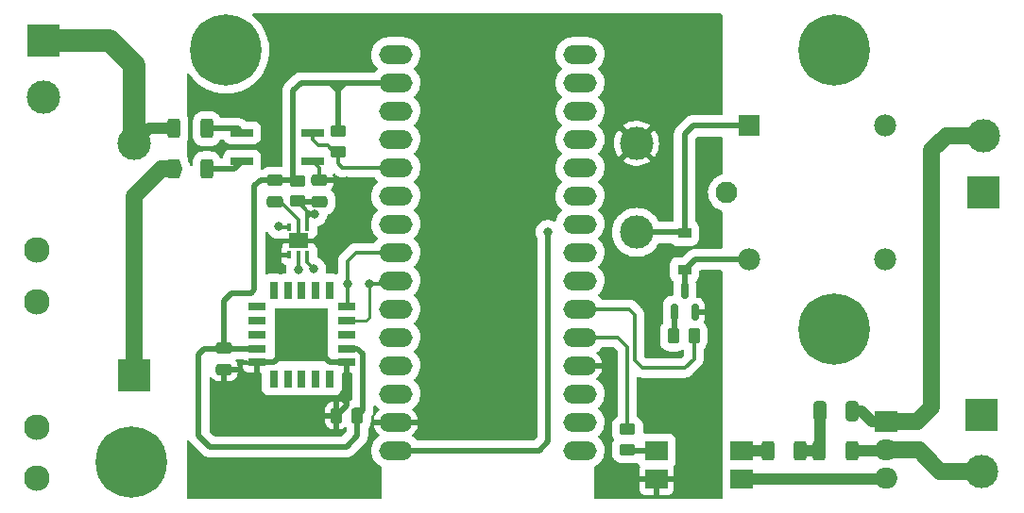
<source format=gbr>
%TF.GenerationSoftware,KiCad,Pcbnew,(6.0.0)*%
%TF.CreationDate,2022-03-17T14:10:33-06:00*%
%TF.ProjectId,main-board,6d61696e-2d62-46f6-9172-642e6b696361,rev?*%
%TF.SameCoordinates,Original*%
%TF.FileFunction,Copper,L1,Top*%
%TF.FilePolarity,Positive*%
%FSLAX46Y46*%
G04 Gerber Fmt 4.6, Leading zero omitted, Abs format (unit mm)*
G04 Created by KiCad (PCBNEW (6.0.0)) date 2022-03-17 14:10:33*
%MOMM*%
%LPD*%
G01*
G04 APERTURE LIST*
G04 Aperture macros list*
%AMRoundRect*
0 Rectangle with rounded corners*
0 $1 Rounding radius*
0 $2 $3 $4 $5 $6 $7 $8 $9 X,Y pos of 4 corners*
0 Add a 4 corners polygon primitive as box body*
4,1,4,$2,$3,$4,$5,$6,$7,$8,$9,$2,$3,0*
0 Add four circle primitives for the rounded corners*
1,1,$1+$1,$2,$3*
1,1,$1+$1,$4,$5*
1,1,$1+$1,$6,$7*
1,1,$1+$1,$8,$9*
0 Add four rect primitives between the rounded corners*
20,1,$1+$1,$2,$3,$4,$5,0*
20,1,$1+$1,$4,$5,$6,$7,0*
20,1,$1+$1,$6,$7,$8,$9,0*
20,1,$1+$1,$8,$9,$2,$3,0*%
G04 Aperture macros list end*
%TA.AperFunction,SMDPad,CuDef*%
%ADD10RoundRect,0.250000X0.250000X0.475000X-0.250000X0.475000X-0.250000X-0.475000X0.250000X-0.475000X0*%
%TD*%
%TA.AperFunction,ComponentPad*%
%ADD11C,0.800000*%
%TD*%
%TA.AperFunction,ComponentPad*%
%ADD12C,6.400000*%
%TD*%
%TA.AperFunction,ComponentPad*%
%ADD13R,2.000000X1.905000*%
%TD*%
%TA.AperFunction,ComponentPad*%
%ADD14O,2.000000X1.905000*%
%TD*%
%TA.AperFunction,ComponentPad*%
%ADD15R,3.000000X3.000000*%
%TD*%
%TA.AperFunction,ComponentPad*%
%ADD16C,3.000000*%
%TD*%
%TA.AperFunction,SMDPad,CuDef*%
%ADD17RoundRect,0.250000X-0.312500X-0.625000X0.312500X-0.625000X0.312500X0.625000X-0.312500X0.625000X0*%
%TD*%
%TA.AperFunction,SMDPad,CuDef*%
%ADD18R,1.200000X0.900000*%
%TD*%
%TA.AperFunction,ComponentPad*%
%ADD19R,1.980000X1.980000*%
%TD*%
%TA.AperFunction,ComponentPad*%
%ADD20C,1.980000*%
%TD*%
%TA.AperFunction,ComponentPad*%
%ADD21C,1.935000*%
%TD*%
%TA.AperFunction,ComponentPad*%
%ADD22C,2.300000*%
%TD*%
%TA.AperFunction,SMDPad,CuDef*%
%ADD23RoundRect,0.250000X-0.475000X0.250000X-0.475000X-0.250000X0.475000X-0.250000X0.475000X0.250000X0*%
%TD*%
%TA.AperFunction,SMDPad,CuDef*%
%ADD24RoundRect,0.250000X0.450000X-0.262500X0.450000X0.262500X-0.450000X0.262500X-0.450000X-0.262500X0*%
%TD*%
%TA.AperFunction,SMDPad,CuDef*%
%ADD25R,2.000000X0.640000*%
%TD*%
%TA.AperFunction,SMDPad,CuDef*%
%ADD26R,0.800000X1.500000*%
%TD*%
%TA.AperFunction,SMDPad,CuDef*%
%ADD27R,1.500000X0.800000*%
%TD*%
%TA.AperFunction,SMDPad,CuDef*%
%ADD28R,4.800000X4.800000*%
%TD*%
%TA.AperFunction,SMDPad,CuDef*%
%ADD29RoundRect,0.150000X0.150000X-0.587500X0.150000X0.587500X-0.150000X0.587500X-0.150000X-0.587500X0*%
%TD*%
%TA.AperFunction,SMDPad,CuDef*%
%ADD30RoundRect,0.250000X-0.450000X0.262500X-0.450000X-0.262500X0.450000X-0.262500X0.450000X0.262500X0*%
%TD*%
%TA.AperFunction,SMDPad,CuDef*%
%ADD31R,0.450000X0.750000*%
%TD*%
%TA.AperFunction,SMDPad,CuDef*%
%ADD32R,1.740000X1.350000*%
%TD*%
%TA.AperFunction,SMDPad,CuDef*%
%ADD33R,2.000000X1.780000*%
%TD*%
%TA.AperFunction,SMDPad,CuDef*%
%ADD34RoundRect,0.250000X-0.325000X-0.650000X0.325000X-0.650000X0.325000X0.650000X-0.325000X0.650000X0*%
%TD*%
%TA.AperFunction,SMDPad,CuDef*%
%ADD35O,3.000000X1.700000*%
%TD*%
%TA.AperFunction,SMDPad,CuDef*%
%ADD36RoundRect,0.250000X0.262500X0.450000X-0.262500X0.450000X-0.262500X-0.450000X0.262500X-0.450000X0*%
%TD*%
%TA.AperFunction,SMDPad,CuDef*%
%ADD37RoundRect,0.250000X0.475000X-0.250000X0.475000X0.250000X-0.475000X0.250000X-0.475000X-0.250000X0*%
%TD*%
%TA.AperFunction,ViaPad*%
%ADD38C,0.800000*%
%TD*%
%TA.AperFunction,Conductor*%
%ADD39C,0.500000*%
%TD*%
%TA.AperFunction,Conductor*%
%ADD40C,0.300000*%
%TD*%
%TA.AperFunction,Conductor*%
%ADD41C,1.000000*%
%TD*%
%TA.AperFunction,Conductor*%
%ADD42C,2.000000*%
%TD*%
%TA.AperFunction,Conductor*%
%ADD43C,1.500000*%
%TD*%
%TA.AperFunction,Conductor*%
%ADD44C,0.250000*%
%TD*%
G04 APERTURE END LIST*
D10*
%TO.P,C4,1*%
%TO.N,+3V3*%
X100296000Y-77806000D03*
%TO.P,C4,2*%
%TO.N,GND*%
X98396000Y-77806000D03*
%TD*%
D11*
%TO.P,REF\u002A\u002A,1*%
%TO.N,N/C*%
X81697056Y-80302944D03*
X78302944Y-80302944D03*
D12*
X80000000Y-82000000D03*
D11*
X81697056Y-83697056D03*
X82400000Y-82000000D03*
X78302944Y-83697056D03*
X80000000Y-79600000D03*
X77600000Y-82000000D03*
X80000000Y-84400000D03*
%TD*%
D13*
%TO.P,Q2,1,A1*%
%TO.N,NEUT*%
X147680000Y-78360000D03*
D14*
%TO.P,Q2,2,A2*%
%TO.N,Net-(J3-Pad2)*%
X147680000Y-80900000D03*
%TO.P,Q2,3,G*%
%TO.N,Net-(Q2-Pad3)*%
X147680000Y-83440000D03*
%TD*%
D15*
%TO.P,J2,1,Pin_1*%
%TO.N,Net-(J2-Pad1)*%
X156360000Y-57730000D03*
D16*
%TO.P,J2,2,Pin_2*%
%TO.N,NEUT*%
X156360000Y-52650000D03*
%TD*%
D17*
%TO.P,R1,1*%
%TO.N,NEUT*%
X83877500Y-52040000D03*
%TO.P,R1,2*%
%TO.N,Net-(R1-Pad2)*%
X86802500Y-52040000D03*
%TD*%
D18*
%TO.P,D1,1,K*%
%TO.N,+5V*%
X129620000Y-61430000D03*
%TO.P,D1,2,A*%
%TO.N,Net-(D1-Pad2)*%
X129620000Y-64730000D03*
%TD*%
D19*
%TO.P,K1,A1*%
%TO.N,+5V*%
X135392500Y-51790000D03*
D20*
%TO.P,K1,A2*%
%TO.N,Net-(D1-Pad2)*%
X135392500Y-63790000D03*
D21*
%TO.P,K1,COM*%
%TO.N,Net-(J2-Pad1)*%
X133392500Y-57790000D03*
D20*
%TO.P,K1,NC*%
%TO.N,unconnected-(K1-PadNC)*%
X147592500Y-51790000D03*
%TO.P,K1,NO*%
%TO.N,LINE*%
X147592500Y-63790000D03*
%TD*%
D11*
%TO.P,REF\u002A\u002A,1*%
%TO.N,N/C*%
X88500000Y-42600000D03*
D12*
X88500000Y-45000000D03*
D11*
X90197056Y-43302944D03*
X88500000Y-47400000D03*
X86802944Y-43302944D03*
X86100000Y-45000000D03*
X90900000Y-45000000D03*
X90197056Y-46697056D03*
X86802944Y-46697056D03*
%TD*%
D17*
%TO.P,R7,1*%
%TO.N,Net-(C1-Pad1)*%
X141687500Y-80950000D03*
%TO.P,R7,2*%
%TO.N,Net-(J3-Pad2)*%
X144612500Y-80950000D03*
%TD*%
D11*
%TO.P,REF\u002A\u002A,1*%
%TO.N,N/C*%
X141302944Y-68302944D03*
X145400000Y-70000000D03*
X143000000Y-67600000D03*
X140600000Y-70000000D03*
X141302944Y-71697056D03*
X144697056Y-68302944D03*
D12*
X143000000Y-70000000D03*
D11*
X143000000Y-72400000D03*
X144697056Y-71697056D03*
%TD*%
D22*
%TO.P,F1,1*%
%TO.N,Net-(F1-Pad1)*%
X71600000Y-67550000D03*
X71600000Y-62950000D03*
%TO.P,F1,2*%
%TO.N,LINE*%
X71600000Y-83450000D03*
X71600000Y-78850000D03*
%TD*%
D15*
%TO.P,J3,1,Pin_1*%
%TO.N,LINE*%
X156250000Y-77710000D03*
D16*
%TO.P,J3,2,Pin_2*%
%TO.N,Net-(J3-Pad2)*%
X156250000Y-82790000D03*
%TD*%
D15*
%TO.P,J1,1,Pin_1*%
%TO.N,NEUT*%
X72150000Y-44160000D03*
D16*
%TO.P,J1,2,Pin_2*%
%TO.N,Net-(F1-Pad1)*%
X72150000Y-49240000D03*
%TD*%
D23*
%TO.P,C3,1*%
%TO.N,+3V3*%
X92920000Y-56700000D03*
%TO.P,C3,2*%
%TO.N,GND*%
X92920000Y-58600000D03*
%TD*%
D17*
%TO.P,R2,1*%
%TO.N,LINE*%
X83877500Y-55650000D03*
%TO.P,R2,2*%
%TO.N,Net-(R2-Pad2)*%
X86802500Y-55650000D03*
%TD*%
D24*
%TO.P,R3,1*%
%TO.N,/ZeroDetector*%
X98570000Y-54102000D03*
%TO.P,R3,2*%
%TO.N,+3V3*%
X98570000Y-52277000D03*
%TD*%
D25*
%TO.P,U1,1*%
%TO.N,Net-(R1-Pad2)*%
X89960000Y-52410000D03*
%TO.P,U1,2*%
%TO.N,Net-(R2-Pad2)*%
X89960000Y-54950000D03*
%TO.P,U1,3*%
%TO.N,GND*%
X96260000Y-54950000D03*
%TO.P,U1,4*%
%TO.N,/ZeroDetector*%
X96260000Y-52410000D03*
%TD*%
D26*
%TO.P,U4,1*%
%TO.N,N/C*%
X92800000Y-74530000D03*
%TO.P,U4,2*%
X94050000Y-74530000D03*
%TO.P,U4,3*%
X95300000Y-74530000D03*
%TO.P,U4,4*%
X96550000Y-74530000D03*
%TO.P,U4,5*%
X97800000Y-74530000D03*
D27*
%TO.P,U4,6,GND*%
%TO.N,GND*%
X99300000Y-73030000D03*
%TO.P,U4,7,VDD*%
%TO.N,+3V3*%
X99300000Y-71780000D03*
%TO.P,U4,8*%
%TO.N,N/C*%
X99300000Y-70530000D03*
%TO.P,U4,9,SCL*%
%TO.N,/SCL*%
X99300000Y-69280000D03*
%TO.P,U4,10,SDA*%
%TO.N,/SDA*%
X99300000Y-68030000D03*
D26*
%TO.P,U4,11*%
%TO.N,N/C*%
X97800000Y-66530000D03*
%TO.P,U4,12*%
X96550000Y-66530000D03*
%TO.P,U4,13*%
X95300000Y-66530000D03*
%TO.P,U4,14*%
X94050000Y-66530000D03*
%TO.P,U4,15*%
X92800000Y-66530000D03*
D27*
%TO.P,U4,16*%
X91300000Y-68030000D03*
%TO.P,U4,17*%
X91300000Y-69280000D03*
%TO.P,U4,18*%
X91300000Y-70530000D03*
%TO.P,U4,19,VDDH*%
%TO.N,+3V3*%
X91300000Y-71780000D03*
%TO.P,U4,20,GND_2*%
%TO.N,GND*%
X91300000Y-73030000D03*
D28*
%TO.P,U4,21,GND_3*%
X95300000Y-70530000D03*
%TD*%
D23*
%TO.P,C2,1*%
%TO.N,+3V3*%
X88330000Y-71770000D03*
%TO.P,C2,2*%
%TO.N,GND*%
X88330000Y-73670000D03*
%TD*%
D29*
%TO.P,Q1,1,B*%
%TO.N,Net-(Q1-Pad1)*%
X128680000Y-68477500D03*
%TO.P,Q1,2,E*%
%TO.N,GND*%
X130580000Y-68477500D03*
%TO.P,Q1,3,C*%
%TO.N,Net-(D1-Pad2)*%
X129630000Y-66602500D03*
%TD*%
D30*
%TO.P,R5,1*%
%TO.N,/ControlSignal2*%
X124500000Y-79037500D03*
%TO.P,R5,2*%
%TO.N,Net-(R5-Pad2)*%
X124500000Y-80862500D03*
%TD*%
D31*
%TO.P,U5,1,VDD*%
%TO.N,Net-(C5-Pad1)*%
X95795000Y-60870000D03*
%TO.P,U5,2,VSS*%
%TO.N,GND*%
X94995000Y-60870000D03*
%TO.P,U5,3,SDA*%
%TO.N,/SDA*%
X94195000Y-60870000D03*
%TO.P,U5,4,N/A*%
%TO.N,GND*%
X94195000Y-63370000D03*
%TO.P,U5,5,VDDH*%
%TO.N,Net-(C5-Pad1)*%
X94995000Y-63370000D03*
%TO.P,U5,6,SCL*%
%TO.N,/SCL*%
X95795000Y-63370000D03*
D32*
%TO.P,U5,7,EP*%
%TO.N,GND*%
X94995000Y-62120000D03*
%TD*%
D33*
%TO.P,U3,1*%
%TO.N,Net-(R5-Pad2)*%
X127120000Y-80990000D03*
%TO.P,U3,2*%
%TO.N,GND*%
X127120000Y-83530000D03*
%TO.P,U3,3*%
%TO.N,Net-(Q2-Pad3)*%
X134740000Y-83530000D03*
%TO.P,U3,4*%
%TO.N,Net-(R6-Pad1)*%
X134740000Y-80990000D03*
%TD*%
D24*
%TO.P,R8,1*%
%TO.N,Net-(C5-Pad1)*%
X94910000Y-58542500D03*
%TO.P,R8,2*%
%TO.N,+3V3*%
X94910000Y-56717500D03*
%TD*%
D17*
%TO.P,R6,1*%
%TO.N,Net-(R6-Pad1)*%
X137077500Y-80950000D03*
%TO.P,R6,2*%
%TO.N,Net-(C1-Pad1)*%
X140002500Y-80950000D03*
%TD*%
D34*
%TO.P,C1,1*%
%TO.N,Net-(C1-Pad1)*%
X141725000Y-77440000D03*
%TO.P,C1,2*%
%TO.N,NEUT*%
X144675000Y-77440000D03*
%TD*%
D35*
%TO.P,U2,1,1*%
%TO.N,unconnected-(U2-Pad1)*%
X103745000Y-45383000D03*
%TO.P,U2,2,2*%
%TO.N,+3V3*%
X103745000Y-47923000D03*
%TO.P,U2,3,3*%
%TO.N,unconnected-(U2-Pad3)*%
X103745000Y-50463000D03*
%TO.P,U2,4,4*%
%TO.N,unconnected-(U2-Pad4)*%
X103745000Y-53003000D03*
%TO.P,U2,5,5*%
%TO.N,/ZeroDetector*%
X103745000Y-55543000D03*
%TO.P,U2,6,6*%
%TO.N,unconnected-(U2-Pad6)*%
X103745000Y-58083000D03*
%TO.P,U2,7,7*%
%TO.N,unconnected-(U2-Pad7)*%
X103745000Y-60623000D03*
%TO.P,U2,8,8*%
%TO.N,/SDA*%
X103745000Y-63163000D03*
%TO.P,U2,9,9*%
%TO.N,/SCL*%
X103745000Y-65703000D03*
%TO.P,U2,10,10*%
%TO.N,unconnected-(U2-Pad10)*%
X103745000Y-68243000D03*
%TO.P,U2,11,11*%
%TO.N,unconnected-(U2-Pad11)*%
X103745000Y-70783000D03*
%TO.P,U2,12,12*%
%TO.N,unconnected-(U2-Pad12)*%
X103745000Y-73323000D03*
%TO.P,U2,13,13*%
%TO.N,unconnected-(U2-Pad13)*%
X103745000Y-75863000D03*
%TO.P,U2,14,14*%
%TO.N,GND*%
X103745000Y-78403000D03*
%TO.P,U2,15,15*%
%TO.N,+5V*%
X103745000Y-80943000D03*
%TO.P,U2,16,16*%
%TO.N,unconnected-(U2-Pad16)*%
X120255000Y-80943000D03*
%TO.P,U2,17,17*%
%TO.N,unconnected-(U2-Pad17)*%
X120255000Y-78403000D03*
%TO.P,U2,18,18*%
%TO.N,/RST*%
X120255000Y-75863000D03*
%TO.P,U2,19,19*%
%TO.N,GND*%
X120255000Y-73323000D03*
%TO.P,U2,20,20*%
%TO.N,/ControlSignal2*%
X120255000Y-70783000D03*
%TO.P,U2,21,21*%
%TO.N,/ControlSignal1*%
X120255000Y-68243000D03*
%TO.P,U2,22,22*%
%TO.N,unconnected-(U2-Pad22)*%
X120255000Y-65703000D03*
%TO.P,U2,23,23*%
%TO.N,unconnected-(U2-Pad23)*%
X120255000Y-63163000D03*
%TO.P,U2,24,24*%
%TO.N,unconnected-(U2-Pad24)*%
X120255000Y-60623000D03*
%TO.P,U2,25,25*%
%TO.N,unconnected-(U2-Pad25)*%
X120255000Y-58083000D03*
%TO.P,U2,26,26*%
%TO.N,unconnected-(U2-Pad26)*%
X120255000Y-55543000D03*
%TO.P,U2,27,27*%
%TO.N,unconnected-(U2-Pad27)*%
X120255000Y-53003000D03*
%TO.P,U2,28,28*%
%TO.N,unconnected-(U2-Pad28)*%
X120255000Y-50463000D03*
%TO.P,U2,29,29*%
%TO.N,unconnected-(U2-Pad29)*%
X120255000Y-47923000D03*
%TO.P,U2,30,30*%
%TO.N,unconnected-(U2-Pad30)*%
X120255000Y-45383000D03*
%TD*%
D11*
%TO.P,REF\u002A\u002A,1*%
%TO.N,N/C*%
X141302944Y-43302944D03*
X143000000Y-47400000D03*
X141302944Y-46697056D03*
X144697056Y-43302944D03*
X143000000Y-42600000D03*
D12*
X143000000Y-45000000D03*
D11*
X145400000Y-45000000D03*
X144697056Y-46697056D03*
X140600000Y-45000000D03*
%TD*%
D36*
%TO.P,R4,1*%
%TO.N,/ControlSignal1*%
X130452500Y-70630000D03*
%TO.P,R4,2*%
%TO.N,Net-(Q1-Pad1)*%
X128627500Y-70630000D03*
%TD*%
D37*
%TO.P,C5,1*%
%TO.N,Net-(C5-Pad1)*%
X96890000Y-58600000D03*
%TO.P,C5,2*%
%TO.N,GND*%
X96890000Y-56700000D03*
%TD*%
D15*
%TO.P,PS1,1,AC/L*%
%TO.N,LINE*%
X80320000Y-74150000D03*
D16*
%TO.P,PS1,2,AC/N*%
%TO.N,NEUT*%
X80320000Y-53350000D03*
%TO.P,PS1,3,-Vo*%
%TO.N,GND*%
X125320000Y-53350000D03*
%TO.P,PS1,4,+Vo*%
%TO.N,+5V*%
X125320000Y-61350000D03*
%TD*%
D38*
%TO.N,+5V*%
X117370000Y-61340000D03*
%TO.N,GND*%
X88300000Y-79070000D03*
X112000000Y-51000000D03*
X132200000Y-66350000D03*
X99300000Y-56710000D03*
X110000000Y-51000000D03*
X123000000Y-74750000D03*
X132150000Y-68400000D03*
X122950000Y-72200000D03*
X132150000Y-70200000D03*
X108000000Y-51000000D03*
X114000000Y-51000000D03*
X116000000Y-51000000D03*
X88320000Y-77490000D03*
X88320000Y-75600000D03*
X99270000Y-58560000D03*
%TO.N,/SCL*%
X96390000Y-64640000D03*
X101340000Y-65950000D03*
%TO.N,/SDA*%
X93250000Y-60830000D03*
X99390000Y-65990000D03*
%TO.N,Net-(C5-Pad1)*%
X95020000Y-64690000D03*
X96490000Y-59720000D03*
%TD*%
D39*
%TO.N,+5V*%
X125320000Y-61350000D02*
X129540000Y-61350000D01*
X116567000Y-80943000D02*
X117370000Y-80140000D01*
X130380000Y-51790000D02*
X135392500Y-51790000D01*
X129620000Y-61430000D02*
X129620000Y-52550000D01*
X129620000Y-52550000D02*
X130380000Y-51790000D01*
X117370000Y-77090000D02*
X117370000Y-61340000D01*
X103745000Y-80943000D02*
X116567000Y-80943000D01*
X117370000Y-80140000D02*
X117370000Y-77090000D01*
X129540000Y-61350000D02*
X129620000Y-61430000D01*
%TO.N,Net-(D1-Pad2)*%
X130560000Y-63790000D02*
X130110000Y-64240000D01*
X135392500Y-63790000D02*
X130560000Y-63790000D01*
D40*
X129620000Y-66592500D02*
X129630000Y-66602500D01*
D39*
X130110000Y-64240000D02*
X129630000Y-64720000D01*
D40*
X129620000Y-64730000D02*
X129620000Y-66592500D01*
D39*
X129630000Y-64720000D02*
X129630000Y-66602500D01*
X130110000Y-64240000D02*
X129620000Y-64730000D01*
D41*
%TO.N,NEUT*%
X145865000Y-77805000D02*
X145500000Y-77440000D01*
D42*
X78110000Y-44160000D02*
X80320000Y-46370000D01*
D41*
X81630000Y-52040000D02*
X80320000Y-53350000D01*
D43*
X150510000Y-78360000D02*
X151780000Y-77090000D01*
D41*
X146420000Y-78360000D02*
X145865000Y-77805000D01*
D43*
X151780000Y-53950000D02*
X153080000Y-52650000D01*
X147680000Y-78360000D02*
X150510000Y-78360000D01*
D41*
X145500000Y-77440000D02*
X144675000Y-77440000D01*
D43*
X151780000Y-77090000D02*
X151780000Y-53950000D01*
D42*
X72150000Y-44160000D02*
X78110000Y-44160000D01*
D41*
X147680000Y-78360000D02*
X146420000Y-78360000D01*
D43*
X153080000Y-52650000D02*
X156360000Y-52650000D01*
D41*
X83877500Y-52040000D02*
X81630000Y-52040000D01*
D42*
X80320000Y-46370000D02*
X80320000Y-53350000D01*
D43*
%TO.N,LINE*%
X80320000Y-74150000D02*
X80320000Y-58090000D01*
X80320000Y-58090000D02*
X82760000Y-55650000D01*
X82760000Y-55650000D02*
X83877500Y-55650000D01*
D39*
%TO.N,GND*%
X97800000Y-73030000D02*
X95300000Y-70530000D01*
X99300000Y-73030000D02*
X97800000Y-73030000D01*
X99300000Y-76902000D02*
X98396000Y-77806000D01*
D40*
X122910000Y-72160000D02*
X122950000Y-72200000D01*
X132072500Y-68477500D02*
X132150000Y-68400000D01*
X88330000Y-73670000D02*
X88330000Y-75590000D01*
X88320000Y-79050000D02*
X88300000Y-79070000D01*
X88320000Y-77490000D02*
X88320000Y-79050000D01*
X99290000Y-56700000D02*
X99300000Y-56710000D01*
D39*
X92800000Y-73030000D02*
X95300000Y-70530000D01*
D40*
X96890000Y-56700000D02*
X99290000Y-56700000D01*
X94995000Y-60870000D02*
X94995000Y-60205000D01*
X94995000Y-60205000D02*
X93390000Y-58600000D01*
X130580000Y-68477500D02*
X132072500Y-68477500D01*
D39*
X91300000Y-73030000D02*
X92800000Y-73030000D01*
D40*
X88330000Y-75590000D02*
X88320000Y-75600000D01*
D39*
X99300000Y-73030000D02*
X99300000Y-76902000D01*
D40*
X93390000Y-58600000D02*
X92920000Y-58600000D01*
X94995000Y-60870000D02*
X94995000Y-62120000D01*
X96890000Y-55580000D02*
X96260000Y-54950000D01*
X132150000Y-68400000D02*
X132150000Y-70200000D01*
X96890000Y-56700000D02*
X96890000Y-55580000D01*
D39*
%TO.N,Net-(Q1-Pad1)*%
X128680000Y-68477500D02*
X128680000Y-70577500D01*
X128680000Y-70577500D02*
X128627500Y-70630000D01*
%TO.N,Net-(R1-Pad2)*%
X89590000Y-52040000D02*
X89960000Y-52410000D01*
X86802500Y-52040000D02*
X89590000Y-52040000D01*
%TO.N,Net-(R2-Pad2)*%
X89260000Y-55650000D02*
X89960000Y-54950000D01*
X86802500Y-55650000D02*
X89260000Y-55650000D01*
D40*
%TO.N,/ZeroDetector*%
X96800000Y-53550000D02*
X96290000Y-53040000D01*
X98570000Y-54102000D02*
X98848000Y-54380000D01*
X96290000Y-52440000D02*
X96260000Y-52410000D01*
X98570000Y-55170000D02*
X98570000Y-54102000D01*
X98570000Y-54102000D02*
X98192000Y-54102000D01*
X103745000Y-55543000D02*
X98943000Y-55543000D01*
X96290000Y-53040000D02*
X96290000Y-52440000D01*
X98192000Y-54102000D02*
X97640000Y-53550000D01*
X97640000Y-53550000D02*
X96800000Y-53550000D01*
X98943000Y-55543000D02*
X98570000Y-55170000D01*
D39*
%TO.N,+3V3*%
X88340000Y-71780000D02*
X88330000Y-71770000D01*
X88330000Y-67490000D02*
X89030000Y-66790000D01*
X95247000Y-47923000D02*
X94530000Y-48640000D01*
X99300000Y-80600000D02*
X87070000Y-80600000D01*
X101357000Y-47923000D02*
X98677000Y-47923000D01*
X98677000Y-48443000D02*
X98677000Y-47923000D01*
X86070000Y-72800000D02*
X86070000Y-72290000D01*
X100780000Y-72270000D02*
X100780000Y-77322000D01*
X94892500Y-56700000D02*
X94910000Y-56717500D01*
X88270000Y-71830000D02*
X88330000Y-71770000D01*
X101357000Y-47923000D02*
X103745000Y-47923000D01*
X98677000Y-47923000D02*
X97903000Y-47923000D01*
X98570000Y-52277000D02*
X98570000Y-49040000D01*
X87070000Y-80600000D02*
X86070000Y-79600000D01*
X98570000Y-49040000D02*
X98570000Y-48590000D01*
X98570000Y-48550000D02*
X98677000Y-48443000D01*
X92920000Y-56700000D02*
X93720000Y-56700000D01*
X97903000Y-47923000D02*
X95247000Y-47923000D01*
X94910000Y-56717500D02*
X94530000Y-56337500D01*
X100290000Y-71780000D02*
X100780000Y-72270000D01*
X86070000Y-72290000D02*
X86530000Y-71830000D01*
X98570000Y-48550000D02*
X99197000Y-47923000D01*
X89030000Y-66790000D02*
X90760000Y-66790000D01*
X94530000Y-56337500D02*
X94530000Y-48640000D01*
X91300000Y-71780000D02*
X88340000Y-71780000D01*
X99197000Y-47923000D02*
X101357000Y-47923000D01*
X90760000Y-66790000D02*
X91080000Y-66470000D01*
X98570000Y-48590000D02*
X97903000Y-47923000D01*
X88330000Y-71770000D02*
X88330000Y-67490000D01*
X99300000Y-71780000D02*
X100290000Y-71780000D01*
X100780000Y-77322000D02*
X100296000Y-77806000D01*
X100296000Y-79604000D02*
X99300000Y-80600000D01*
X86070000Y-79600000D02*
X86070000Y-72800000D01*
X98570000Y-49040000D02*
X98570000Y-48550000D01*
X91080000Y-66470000D02*
X91080000Y-57210000D01*
X86530000Y-71830000D02*
X88270000Y-71830000D01*
X91590000Y-56700000D02*
X92920000Y-56700000D01*
X93720000Y-56700000D02*
X94892500Y-56700000D01*
X91080000Y-57210000D02*
X91590000Y-56700000D01*
X100296000Y-77806000D02*
X100296000Y-79604000D01*
D40*
%TO.N,/ControlSignal1*%
X125150000Y-69750000D02*
X125150000Y-68750000D01*
X125150000Y-68750000D02*
X124630000Y-68230000D01*
X125850000Y-73550000D02*
X129650000Y-73550000D01*
X130452500Y-72747500D02*
X130452500Y-70630000D01*
X124617000Y-68243000D02*
X120255000Y-68243000D01*
X129650000Y-73550000D02*
X130452500Y-72747500D01*
X125150000Y-69750000D02*
X125150000Y-72850000D01*
X124630000Y-68230000D02*
X124617000Y-68243000D01*
X125150000Y-72850000D02*
X125850000Y-73550000D01*
D44*
%TO.N,/SCL*%
X101340000Y-68990000D02*
X101340000Y-65950000D01*
X99300000Y-69280000D02*
X101050000Y-69280000D01*
D40*
X103498000Y-65950000D02*
X103745000Y-65703000D01*
X95795000Y-64045000D02*
X96390000Y-64640000D01*
X101340000Y-65950000D02*
X103498000Y-65950000D01*
X95795000Y-63370000D02*
X95795000Y-64045000D01*
D44*
X101050000Y-69280000D02*
X101340000Y-68990000D01*
D40*
%TO.N,/SDA*%
X99390000Y-65990000D02*
X99390000Y-63930000D01*
X93290000Y-60870000D02*
X93250000Y-60830000D01*
X99390000Y-67940000D02*
X99300000Y-68030000D01*
X99390000Y-65990000D02*
X99390000Y-67940000D01*
X94195000Y-60870000D02*
X93290000Y-60870000D01*
X99390000Y-63930000D02*
X100157000Y-63163000D01*
X100157000Y-63163000D02*
X103745000Y-63163000D01*
%TO.N,/ControlSignal2*%
X124500000Y-71668000D02*
X123615000Y-70783000D01*
X124500000Y-76494000D02*
X124500000Y-71668000D01*
X123615000Y-70783000D02*
X120255000Y-70783000D01*
X124500000Y-79037500D02*
X124500000Y-76494000D01*
D41*
%TO.N,Net-(C1-Pad1)*%
X141725000Y-80912500D02*
X141687500Y-80950000D01*
X141687500Y-80950000D02*
X140002500Y-80950000D01*
X141725000Y-77440000D02*
X141725000Y-80912500D01*
D43*
%TO.N,Net-(J3-Pad2)*%
X152500000Y-82790000D02*
X156250000Y-82790000D01*
X147680000Y-80900000D02*
X150610000Y-80900000D01*
D41*
X147630000Y-80950000D02*
X147680000Y-80900000D01*
D43*
X152105000Y-82395000D02*
X152500000Y-82790000D01*
X150610000Y-80900000D02*
X152105000Y-82395000D01*
D41*
X144612500Y-80950000D02*
X147630000Y-80950000D01*
%TO.N,Net-(Q2-Pad3)*%
X134740000Y-83530000D02*
X147590000Y-83530000D01*
X147590000Y-83530000D02*
X147680000Y-83440000D01*
D39*
%TO.N,Net-(R5-Pad2)*%
X127120000Y-80990000D02*
X124840000Y-80990000D01*
X124840000Y-80990000D02*
X124780000Y-80930000D01*
D41*
%TO.N,Net-(R6-Pad1)*%
X137077500Y-80950000D02*
X134780000Y-80950000D01*
X134780000Y-80950000D02*
X134740000Y-80990000D01*
D40*
%TO.N,Net-(C5-Pad1)*%
X96490000Y-59720000D02*
X96080000Y-59720000D01*
X95795000Y-60185000D02*
X95795000Y-60005000D01*
X96490000Y-59720000D02*
X96087500Y-59720000D01*
X95795000Y-60870000D02*
X95795000Y-60185000D01*
X94995000Y-64665000D02*
X95020000Y-64690000D01*
D39*
X94967500Y-58600000D02*
X94910000Y-58542500D01*
D40*
X94995000Y-63370000D02*
X94995000Y-64665000D01*
D39*
X96890000Y-58600000D02*
X94967500Y-58600000D01*
D40*
X95795000Y-59645000D02*
X95795000Y-59427500D01*
X95870000Y-59720000D02*
X95795000Y-59645000D01*
X95795000Y-60005000D02*
X96080000Y-59720000D01*
X96087500Y-59720000D02*
X95795000Y-59427500D01*
X96080000Y-59720000D02*
X95870000Y-59720000D01*
X95795000Y-60185000D02*
X95795000Y-59645000D01*
X95795000Y-59427500D02*
X94910000Y-58542500D01*
%TD*%
%TA.AperFunction,Conductor*%
%TO.N,GND*%
G36*
X132942121Y-64760502D02*
G01*
X132988614Y-64814158D01*
X133000000Y-64866500D01*
X133000000Y-85174000D01*
X132979998Y-85242121D01*
X132926342Y-85288614D01*
X132874000Y-85300000D01*
X121666000Y-85300000D01*
X121597879Y-85279998D01*
X121551386Y-85226342D01*
X121540000Y-85174000D01*
X121540000Y-84464669D01*
X125612001Y-84464669D01*
X125612371Y-84471490D01*
X125617895Y-84522352D01*
X125621521Y-84537604D01*
X125666676Y-84658054D01*
X125675214Y-84673649D01*
X125751715Y-84775724D01*
X125764276Y-84788285D01*
X125866351Y-84864786D01*
X125881946Y-84873324D01*
X126002394Y-84918478D01*
X126017649Y-84922105D01*
X126068514Y-84927631D01*
X126075328Y-84928000D01*
X126847885Y-84928000D01*
X126863124Y-84923525D01*
X126864329Y-84922135D01*
X126866000Y-84914452D01*
X126866000Y-84909884D01*
X127374000Y-84909884D01*
X127378475Y-84925123D01*
X127379865Y-84926328D01*
X127387548Y-84927999D01*
X128164669Y-84927999D01*
X128171490Y-84927629D01*
X128222352Y-84922105D01*
X128237604Y-84918479D01*
X128358054Y-84873324D01*
X128373649Y-84864786D01*
X128475724Y-84788285D01*
X128488285Y-84775724D01*
X128564786Y-84673649D01*
X128573324Y-84658054D01*
X128618478Y-84537606D01*
X128622105Y-84522351D01*
X128627631Y-84471486D01*
X128628000Y-84464672D01*
X128628000Y-83802115D01*
X128623525Y-83786876D01*
X128622135Y-83785671D01*
X128614452Y-83784000D01*
X127392115Y-83784000D01*
X127376876Y-83788475D01*
X127375671Y-83789865D01*
X127374000Y-83797548D01*
X127374000Y-84909884D01*
X126866000Y-84909884D01*
X126866000Y-83802115D01*
X126861525Y-83786876D01*
X126860135Y-83785671D01*
X126852452Y-83784000D01*
X125630116Y-83784000D01*
X125614877Y-83788475D01*
X125613672Y-83789865D01*
X125612001Y-83797548D01*
X125612001Y-84464669D01*
X121540000Y-84464669D01*
X121540000Y-82441294D01*
X121560002Y-82373173D01*
X121616763Y-82325313D01*
X121625677Y-82321529D01*
X121629962Y-82318831D01*
X121629967Y-82318828D01*
X121743297Y-82247460D01*
X121836808Y-82188573D01*
X121934923Y-82102073D01*
X122020168Y-82026920D01*
X122020171Y-82026917D01*
X122023965Y-82023572D01*
X122031663Y-82014201D01*
X122052820Y-81988444D01*
X122182334Y-81830770D01*
X122307840Y-81615128D01*
X122324105Y-81572758D01*
X122395443Y-81386915D01*
X122397255Y-81382195D01*
X122401538Y-81361696D01*
X122447243Y-81142915D01*
X122448278Y-81137961D01*
X122450784Y-81082787D01*
X122455716Y-80974148D01*
X122459596Y-80888712D01*
X122430919Y-80640860D01*
X122362983Y-80400781D01*
X122289294Y-80242753D01*
X122259675Y-80179234D01*
X122259673Y-80179230D01*
X122257538Y-80174652D01*
X122230506Y-80134875D01*
X122158984Y-80029635D01*
X122117294Y-79968290D01*
X121993164Y-79837026D01*
X121949344Y-79790688D01*
X121949343Y-79790687D01*
X121945862Y-79787006D01*
X121925221Y-79771225D01*
X121883255Y-79713960D01*
X121878910Y-79643097D01*
X121918427Y-79576616D01*
X121920517Y-79574774D01*
X121989560Y-79513904D01*
X122020168Y-79486920D01*
X122020171Y-79486917D01*
X122023965Y-79483572D01*
X122182334Y-79290770D01*
X122307840Y-79075128D01*
X122328663Y-79020884D01*
X122381303Y-78883751D01*
X122397255Y-78842195D01*
X122404623Y-78806930D01*
X122447243Y-78602915D01*
X122448278Y-78597961D01*
X122459596Y-78348712D01*
X122458117Y-78335924D01*
X122431501Y-78105890D01*
X122430919Y-78100860D01*
X122423191Y-78073548D01*
X122375106Y-77903624D01*
X122362983Y-77860781D01*
X122302692Y-77731485D01*
X122259675Y-77639234D01*
X122259673Y-77639230D01*
X122257538Y-77634652D01*
X122237073Y-77604538D01*
X122201368Y-77552000D01*
X122117294Y-77428290D01*
X121945862Y-77247006D01*
X121925221Y-77231225D01*
X121883255Y-77173960D01*
X121878910Y-77103097D01*
X121918427Y-77036616D01*
X121920517Y-77034774D01*
X121986963Y-76976194D01*
X122020168Y-76946920D01*
X122020171Y-76946917D01*
X122023965Y-76943572D01*
X122182334Y-76750770D01*
X122307840Y-76535128D01*
X122342851Y-76443923D01*
X122395443Y-76306915D01*
X122397255Y-76302195D01*
X122448278Y-76057961D01*
X122451796Y-75980500D01*
X122458210Y-75839234D01*
X122459596Y-75808712D01*
X122448049Y-75708907D01*
X122431501Y-75565890D01*
X122430919Y-75560860D01*
X122362983Y-75320781D01*
X122257538Y-75094652D01*
X122117294Y-74888290D01*
X121945862Y-74707006D01*
X121922814Y-74689384D01*
X121771954Y-74574043D01*
X121729986Y-74516778D01*
X121725641Y-74445915D01*
X121761511Y-74382778D01*
X121921900Y-74229772D01*
X121928941Y-74221814D01*
X122060141Y-74045475D01*
X122065745Y-74036438D01*
X122165357Y-73840516D01*
X122169357Y-73830665D01*
X122234534Y-73620760D01*
X122236817Y-73610376D01*
X122238861Y-73594957D01*
X122236665Y-73580793D01*
X122223478Y-73577000D01*
X120127000Y-73577000D01*
X120058879Y-73556998D01*
X120012386Y-73503342D01*
X120001000Y-73451000D01*
X120001000Y-73195000D01*
X120021002Y-73126879D01*
X120074658Y-73080386D01*
X120127000Y-73069000D01*
X122221192Y-73069000D01*
X122234723Y-73065027D01*
X122236248Y-73054420D01*
X122211523Y-72936579D01*
X122208463Y-72926383D01*
X122127737Y-72721971D01*
X122123006Y-72712439D01*
X122008984Y-72524538D01*
X122002720Y-72515948D01*
X121858673Y-72349948D01*
X121851048Y-72342533D01*
X121763510Y-72270756D01*
X121723516Y-72212096D01*
X121721585Y-72141125D01*
X121758330Y-72080377D01*
X121776260Y-72066702D01*
X121832527Y-72031269D01*
X121832528Y-72031268D01*
X121836808Y-72028573D01*
X121904471Y-71968920D01*
X122020168Y-71866920D01*
X122020171Y-71866917D01*
X122023965Y-71863572D01*
X122175144Y-71679523D01*
X122233838Y-71639581D01*
X122272508Y-71633500D01*
X123210520Y-71633500D01*
X123278641Y-71653502D01*
X123299615Y-71670404D01*
X123612595Y-71983383D01*
X123646620Y-72045696D01*
X123649500Y-72072479D01*
X123649500Y-77835503D01*
X123629498Y-77903624D01*
X123581876Y-77947164D01*
X123571387Y-77952648D01*
X123524070Y-77977385D01*
X123519127Y-77981416D01*
X123519123Y-77981419D01*
X123379369Y-78095400D01*
X123374429Y-78099429D01*
X123252385Y-78249070D01*
X123162923Y-78420194D01*
X123109698Y-78605813D01*
X123109165Y-78611786D01*
X123105130Y-78657000D01*
X123099500Y-78720076D01*
X123099500Y-79354924D01*
X123099749Y-79357711D01*
X123099749Y-79357717D01*
X123104019Y-79405559D01*
X123109698Y-79469187D01*
X123111351Y-79474951D01*
X123161136Y-79648573D01*
X123162923Y-79654806D01*
X123184389Y-79695866D01*
X123230044Y-79783195D01*
X123252385Y-79825930D01*
X123256416Y-79830872D01*
X123288625Y-79870365D01*
X123316178Y-79935797D01*
X123303982Y-80005738D01*
X123288625Y-80029635D01*
X123252385Y-80074070D01*
X123249432Y-80079718D01*
X123249431Y-80079720D01*
X123241267Y-80095336D01*
X123162923Y-80245194D01*
X123161166Y-80251322D01*
X123161165Y-80251324D01*
X123148417Y-80295783D01*
X123109698Y-80430813D01*
X123099500Y-80545076D01*
X123099500Y-81179924D01*
X123099749Y-81182711D01*
X123099749Y-81182717D01*
X123105756Y-81250014D01*
X123109698Y-81294187D01*
X123122626Y-81339271D01*
X123157425Y-81460631D01*
X123162923Y-81479806D01*
X123252385Y-81650930D01*
X123256414Y-81655870D01*
X123256416Y-81655873D01*
X123337878Y-81755755D01*
X123374429Y-81800571D01*
X123379369Y-81804600D01*
X123518056Y-81917710D01*
X123524070Y-81922615D01*
X123529718Y-81925568D01*
X123529720Y-81925569D01*
X123579086Y-81951377D01*
X123695194Y-82012077D01*
X123701322Y-82013834D01*
X123701324Y-82013835D01*
X123735282Y-82023572D01*
X123880813Y-82065302D01*
X123913096Y-82068183D01*
X123992283Y-82075251D01*
X123992289Y-82075251D01*
X123995076Y-82075500D01*
X125004924Y-82075500D01*
X125007711Y-82075251D01*
X125007717Y-82075251D01*
X125086904Y-82068183D01*
X125119187Y-82065302D01*
X125264718Y-82023572D01*
X125298972Y-82013750D01*
X125369967Y-82014201D01*
X125429448Y-82052963D01*
X125453935Y-82097188D01*
X125476873Y-82170383D01*
X125564703Y-82315408D01*
X125605104Y-82355809D01*
X125639130Y-82418121D01*
X125633991Y-82489134D01*
X125621519Y-82522402D01*
X125617895Y-82537643D01*
X125612369Y-82588514D01*
X125612000Y-82595328D01*
X125612000Y-83257885D01*
X125616475Y-83273124D01*
X125617865Y-83274329D01*
X125625548Y-83276000D01*
X128609884Y-83276000D01*
X128625123Y-83271525D01*
X128626328Y-83270135D01*
X128627999Y-83262452D01*
X128627999Y-82595331D01*
X128627629Y-82588510D01*
X128622105Y-82537650D01*
X128618479Y-82522396D01*
X128606009Y-82489134D01*
X128600826Y-82418327D01*
X128634896Y-82355809D01*
X128675297Y-82315408D01*
X128763127Y-82170383D01*
X128813829Y-82008594D01*
X128820500Y-81935993D01*
X128820499Y-80044008D01*
X128813829Y-79971406D01*
X128802670Y-79935797D01*
X128765399Y-79816866D01*
X128765398Y-79816864D01*
X128763127Y-79809617D01*
X128675297Y-79664592D01*
X128555408Y-79544703D01*
X128410383Y-79456873D01*
X128403136Y-79454602D01*
X128403134Y-79454601D01*
X128337894Y-79434156D01*
X128248594Y-79406171D01*
X128175993Y-79399500D01*
X128173095Y-79399500D01*
X127117261Y-79399501D01*
X126064008Y-79399501D01*
X126061148Y-79399764D01*
X126061143Y-79399764D01*
X126049254Y-79400856D01*
X126038027Y-79401888D01*
X125968363Y-79388202D01*
X125917156Y-79339025D01*
X125900500Y-79276416D01*
X125900500Y-78720076D01*
X125894871Y-78657000D01*
X125890835Y-78611786D01*
X125890302Y-78605813D01*
X125837077Y-78420194D01*
X125747615Y-78249070D01*
X125625571Y-78099429D01*
X125620631Y-78095400D01*
X125480877Y-77981419D01*
X125480873Y-77981416D01*
X125475930Y-77977385D01*
X125428613Y-77952648D01*
X125418124Y-77947164D01*
X125367022Y-77897878D01*
X125350500Y-77835503D01*
X125350500Y-74454800D01*
X125370502Y-74386679D01*
X125424158Y-74340186D01*
X125494432Y-74330082D01*
X125532525Y-74341941D01*
X125548481Y-74349862D01*
X125548485Y-74349864D01*
X125554592Y-74352895D01*
X125561208Y-74354545D01*
X125564126Y-74355618D01*
X125564553Y-74355796D01*
X125564730Y-74355858D01*
X125565185Y-74355992D01*
X125568111Y-74356988D01*
X125574297Y-74359873D01*
X125580951Y-74361360D01*
X125580953Y-74361361D01*
X125621278Y-74370374D01*
X125652868Y-74377435D01*
X125655850Y-74378141D01*
X125727269Y-74395948D01*
X125727274Y-74395949D01*
X125733893Y-74397599D01*
X125740712Y-74397789D01*
X125743790Y-74398211D01*
X125744729Y-74398380D01*
X125749585Y-74399054D01*
X125754637Y-74400183D01*
X125760307Y-74400500D01*
X125835999Y-74400500D01*
X125839518Y-74400549D01*
X125918611Y-74402758D01*
X125925317Y-74401479D01*
X125932114Y-74400932D01*
X125932157Y-74401466D01*
X125942357Y-74400500D01*
X129608938Y-74400500D01*
X129619479Y-74400942D01*
X129670902Y-74405260D01*
X129677662Y-74404358D01*
X129677666Y-74404358D01*
X129750659Y-74394619D01*
X129753713Y-74394249D01*
X129826928Y-74386295D01*
X129826931Y-74386294D01*
X129833709Y-74385558D01*
X129840169Y-74383384D01*
X129843217Y-74382714D01*
X129843678Y-74382633D01*
X129843829Y-74382597D01*
X129844288Y-74382464D01*
X129847307Y-74381722D01*
X129854069Y-74380820D01*
X129860479Y-74378487D01*
X129860483Y-74378486D01*
X129929671Y-74353303D01*
X129932577Y-74352285D01*
X130002377Y-74328795D01*
X130002379Y-74328794D01*
X130008848Y-74326617D01*
X130014702Y-74323100D01*
X130017514Y-74321800D01*
X130017957Y-74321618D01*
X130018116Y-74321542D01*
X130018534Y-74321314D01*
X130021303Y-74319951D01*
X130027715Y-74317618D01*
X130033473Y-74313964D01*
X130033479Y-74313961D01*
X130095644Y-74274510D01*
X130098263Y-74272892D01*
X130161393Y-74234959D01*
X130161395Y-74234958D01*
X130167244Y-74231443D01*
X130172203Y-74226754D01*
X130174682Y-74224872D01*
X130175459Y-74224332D01*
X130179369Y-74221375D01*
X130183738Y-74218602D01*
X130187972Y-74214817D01*
X130241478Y-74161311D01*
X130244000Y-74158858D01*
X130296549Y-74109165D01*
X130296551Y-74109163D01*
X130301507Y-74104476D01*
X130305341Y-74098834D01*
X130309767Y-74093634D01*
X130310171Y-74093978D01*
X130316707Y-74086082D01*
X131024856Y-73377933D01*
X131032623Y-73370790D01*
X131066827Y-73341885D01*
X131072040Y-73337480D01*
X131120926Y-73273540D01*
X131122817Y-73271129D01*
X131168955Y-73213746D01*
X131168961Y-73213736D01*
X131173230Y-73208427D01*
X131176260Y-73202323D01*
X131177931Y-73199710D01*
X131178201Y-73199324D01*
X131178302Y-73199161D01*
X131178522Y-73198762D01*
X131180139Y-73196092D01*
X131184277Y-73190680D01*
X131187158Y-73184503D01*
X131187161Y-73184497D01*
X131218287Y-73117748D01*
X131219621Y-73114975D01*
X131252363Y-73049016D01*
X131255395Y-73042908D01*
X131257045Y-73036292D01*
X131258118Y-73033374D01*
X131258296Y-73032947D01*
X131258358Y-73032770D01*
X131258492Y-73032315D01*
X131259488Y-73029390D01*
X131262373Y-73023203D01*
X131279933Y-72944642D01*
X131280642Y-72941645D01*
X131295953Y-72880234D01*
X131300099Y-72863606D01*
X131300289Y-72856784D01*
X131300710Y-72853714D01*
X131300878Y-72852785D01*
X131301554Y-72847916D01*
X131302683Y-72842863D01*
X131303000Y-72837193D01*
X131303000Y-72761500D01*
X131303049Y-72757982D01*
X131303258Y-72750502D01*
X131305258Y-72678889D01*
X131303979Y-72672183D01*
X131303432Y-72665386D01*
X131303966Y-72665343D01*
X131303000Y-72655143D01*
X131303000Y-71886822D01*
X131323002Y-71818701D01*
X131349364Y-71789179D01*
X131385631Y-71759600D01*
X131390571Y-71755571D01*
X131423957Y-71714636D01*
X131508584Y-71610873D01*
X131508586Y-71610870D01*
X131512615Y-71605930D01*
X131602077Y-71434806D01*
X131655302Y-71249187D01*
X131665500Y-71134924D01*
X131665500Y-70125076D01*
X131664233Y-70110872D01*
X131656247Y-70021400D01*
X131655302Y-70010813D01*
X131602077Y-69825194D01*
X131537896Y-69702428D01*
X131515569Y-69659720D01*
X131515568Y-69659718D01*
X131512615Y-69654070D01*
X131490543Y-69627006D01*
X131394600Y-69509369D01*
X131390571Y-69504429D01*
X131368962Y-69486805D01*
X131328814Y-69428250D01*
X131326697Y-69357285D01*
X131332960Y-69339124D01*
X131340892Y-69320793D01*
X131383269Y-69174935D01*
X131385570Y-69162333D01*
X131387807Y-69133916D01*
X131388000Y-69128986D01*
X131388000Y-68749615D01*
X131383525Y-68734376D01*
X131382135Y-68733171D01*
X131374452Y-68731500D01*
X130452000Y-68731500D01*
X130383879Y-68711498D01*
X130337386Y-68657842D01*
X130326000Y-68605500D01*
X130326000Y-68349500D01*
X130346002Y-68281379D01*
X130399658Y-68234886D01*
X130452000Y-68223500D01*
X131369884Y-68223500D01*
X131385123Y-68219025D01*
X131386328Y-68217635D01*
X131387999Y-68209952D01*
X131387999Y-67826017D01*
X131387805Y-67821080D01*
X131385570Y-67792664D01*
X131383270Y-67780069D01*
X131340893Y-67634210D01*
X131334648Y-67619779D01*
X131258089Y-67490322D01*
X131248449Y-67477896D01*
X131142104Y-67371551D01*
X131129678Y-67361911D01*
X131000221Y-67285352D01*
X130985790Y-67279107D01*
X130839935Y-67236731D01*
X130827333Y-67234430D01*
X130798916Y-67232193D01*
X130793986Y-67232000D01*
X130756500Y-67232000D01*
X130688379Y-67211998D01*
X130641886Y-67158342D01*
X130630500Y-67106000D01*
X130630500Y-65941434D01*
X130629644Y-65928868D01*
X130627978Y-65904441D01*
X130627600Y-65898893D01*
X130626232Y-65893403D01*
X130617544Y-65858561D01*
X130620472Y-65787625D01*
X130656656Y-65736545D01*
X130655408Y-65735297D01*
X130775297Y-65615408D01*
X130863127Y-65470383D01*
X130866864Y-65458460D01*
X130911828Y-65314978D01*
X130913829Y-65308594D01*
X130920500Y-65235993D01*
X130920500Y-64866500D01*
X130940502Y-64798379D01*
X130994158Y-64751886D01*
X131046500Y-64740500D01*
X132874000Y-64740500D01*
X132942121Y-64760502D01*
G37*
%TD.AperFunction*%
%TA.AperFunction,Conductor*%
G36*
X132942121Y-41720002D02*
G01*
X132988614Y-41773658D01*
X133000000Y-41826000D01*
X133000000Y-50713500D01*
X132979998Y-50781621D01*
X132926342Y-50828114D01*
X132874000Y-50839500D01*
X130395416Y-50839500D01*
X130391898Y-50839451D01*
X130316408Y-50837342D01*
X130316406Y-50837342D01*
X130310027Y-50837164D01*
X130303742Y-50838272D01*
X130303732Y-50838273D01*
X130253818Y-50847075D01*
X130244678Y-50848344D01*
X130205350Y-50852339D01*
X130194239Y-50853467D01*
X130194238Y-50853467D01*
X130187890Y-50854112D01*
X130172242Y-50859016D01*
X130162186Y-50862167D01*
X130146387Y-50866019D01*
X130142144Y-50866767D01*
X130119863Y-50870696D01*
X130066793Y-50891708D01*
X130058111Y-50894782D01*
X130003627Y-50911856D01*
X129998055Y-50914945D01*
X129998045Y-50914949D01*
X129980058Y-50924920D01*
X129965357Y-50931869D01*
X129940324Y-50941780D01*
X129934979Y-50945278D01*
X129892569Y-50973030D01*
X129884670Y-50977795D01*
X129834739Y-51005472D01*
X129829890Y-51009628D01*
X129814286Y-51023002D01*
X129801283Y-51032765D01*
X129778746Y-51047513D01*
X129774032Y-51051758D01*
X129737247Y-51088543D01*
X129730150Y-51095116D01*
X129688125Y-51131136D01*
X129670400Y-51153986D01*
X129659942Y-51165848D01*
X128958811Y-51866979D01*
X128956290Y-51869431D01*
X128896765Y-51925721D01*
X128864026Y-51972478D01*
X128858467Y-51979829D01*
X128822385Y-52024070D01*
X128819427Y-52029728D01*
X128809905Y-52047942D01*
X128801462Y-52061829D01*
X128786009Y-52083898D01*
X128763331Y-52136305D01*
X128759377Y-52144593D01*
X128732923Y-52195194D01*
X128731163Y-52201332D01*
X128725498Y-52221087D01*
X128720015Y-52236400D01*
X128711857Y-52255251D01*
X128711855Y-52255256D01*
X128709320Y-52261115D01*
X128697645Y-52317000D01*
X128695439Y-52325916D01*
X128679697Y-52380813D01*
X128679208Y-52387170D01*
X128677630Y-52407678D01*
X128675339Y-52423772D01*
X128669832Y-52450133D01*
X128669500Y-52456468D01*
X128669500Y-52508494D01*
X128669129Y-52518158D01*
X128664883Y-52573342D01*
X128665683Y-52579674D01*
X128668506Y-52602021D01*
X128669500Y-52617813D01*
X128669500Y-60273500D01*
X128649498Y-60341621D01*
X128595842Y-60388114D01*
X128543500Y-60399500D01*
X127383143Y-60399500D01*
X127315022Y-60379498D01*
X127270137Y-60329229D01*
X127245451Y-60279171D01*
X127229778Y-60247389D01*
X127118454Y-60080781D01*
X127071813Y-60010977D01*
X127071809Y-60010972D01*
X127069520Y-60007546D01*
X127066806Y-60004452D01*
X127066802Y-60004446D01*
X126882036Y-59793762D01*
X126879327Y-59790673D01*
X126839220Y-59755500D01*
X126665554Y-59603198D01*
X126665548Y-59603194D01*
X126662454Y-59600480D01*
X126659028Y-59598191D01*
X126659023Y-59598187D01*
X126462696Y-59467006D01*
X126422611Y-59440222D01*
X126418912Y-59438398D01*
X126418907Y-59438395D01*
X126167597Y-59314463D01*
X126167595Y-59314462D01*
X126163902Y-59312641D01*
X126049136Y-59273683D01*
X125894663Y-59221246D01*
X125894659Y-59221245D01*
X125890753Y-59219919D01*
X125886709Y-59219115D01*
X125886703Y-59219113D01*
X125611882Y-59164448D01*
X125611879Y-59164448D01*
X125607839Y-59163644D01*
X125603728Y-59163375D01*
X125603724Y-59163374D01*
X125324119Y-59145048D01*
X125320000Y-59144778D01*
X125315881Y-59145048D01*
X125036276Y-59163374D01*
X125036272Y-59163375D01*
X125032161Y-59163644D01*
X125028121Y-59164448D01*
X125028118Y-59164448D01*
X124753297Y-59219113D01*
X124753291Y-59219115D01*
X124749247Y-59219919D01*
X124745341Y-59221245D01*
X124745337Y-59221246D01*
X124590864Y-59273683D01*
X124476098Y-59312641D01*
X124472405Y-59314462D01*
X124472403Y-59314463D01*
X124221093Y-59438395D01*
X124221088Y-59438398D01*
X124217389Y-59440222D01*
X124177304Y-59467006D01*
X123980977Y-59598187D01*
X123980972Y-59598191D01*
X123977546Y-59600480D01*
X123974452Y-59603194D01*
X123974446Y-59603198D01*
X123800780Y-59755500D01*
X123760673Y-59790673D01*
X123757964Y-59793762D01*
X123573198Y-60004446D01*
X123573194Y-60004452D01*
X123570480Y-60007546D01*
X123568191Y-60010972D01*
X123568187Y-60010977D01*
X123521546Y-60080781D01*
X123410222Y-60247389D01*
X123408398Y-60251087D01*
X123408395Y-60251093D01*
X123284906Y-60501505D01*
X123282641Y-60506098D01*
X123281318Y-60509996D01*
X123281317Y-60509998D01*
X123202167Y-60743167D01*
X123189919Y-60779247D01*
X123189115Y-60783291D01*
X123189113Y-60783297D01*
X123145433Y-61002894D01*
X123133644Y-61062161D01*
X123133375Y-61066272D01*
X123133374Y-61066276D01*
X123118180Y-61298095D01*
X123114778Y-61350000D01*
X123115048Y-61354119D01*
X123128006Y-61551815D01*
X123133644Y-61637839D01*
X123134448Y-61641879D01*
X123134448Y-61641882D01*
X123186887Y-61905508D01*
X123189919Y-61920753D01*
X123191245Y-61924659D01*
X123191246Y-61924663D01*
X123274657Y-62170383D01*
X123282641Y-62193902D01*
X123284462Y-62197595D01*
X123284463Y-62197597D01*
X123406508Y-62445079D01*
X123410222Y-62452611D01*
X123412516Y-62456044D01*
X123543763Y-62652469D01*
X123570480Y-62692454D01*
X123573194Y-62695548D01*
X123573198Y-62695554D01*
X123745218Y-62891704D01*
X123760673Y-62909327D01*
X123763762Y-62912036D01*
X123974446Y-63096802D01*
X123974452Y-63096806D01*
X123977546Y-63099520D01*
X123980972Y-63101809D01*
X123980977Y-63101813D01*
X124076813Y-63165848D01*
X124217389Y-63259778D01*
X124221088Y-63261602D01*
X124221093Y-63261605D01*
X124426530Y-63362915D01*
X124476098Y-63387359D01*
X124479996Y-63388682D01*
X124479998Y-63388683D01*
X124745337Y-63478754D01*
X124745341Y-63478755D01*
X124749247Y-63480081D01*
X124753291Y-63480885D01*
X124753297Y-63480887D01*
X125028118Y-63535552D01*
X125028121Y-63535552D01*
X125032161Y-63536356D01*
X125036272Y-63536625D01*
X125036276Y-63536626D01*
X125315881Y-63554952D01*
X125320000Y-63555222D01*
X125324119Y-63554952D01*
X125603724Y-63536626D01*
X125603728Y-63536625D01*
X125607839Y-63536356D01*
X125611879Y-63535552D01*
X125611882Y-63535552D01*
X125886703Y-63480887D01*
X125886709Y-63480885D01*
X125890753Y-63480081D01*
X125894659Y-63478755D01*
X125894663Y-63478754D01*
X126160002Y-63388683D01*
X126160004Y-63388682D01*
X126163902Y-63387359D01*
X126213470Y-63362915D01*
X126418907Y-63261605D01*
X126418912Y-63261602D01*
X126422611Y-63259778D01*
X126563187Y-63165848D01*
X126659023Y-63101813D01*
X126659028Y-63101809D01*
X126662454Y-63099520D01*
X126665548Y-63096806D01*
X126665554Y-63096802D01*
X126876238Y-62912036D01*
X126879327Y-62909327D01*
X126894782Y-62891704D01*
X127066802Y-62695554D01*
X127066806Y-62695548D01*
X127069520Y-62692454D01*
X127096238Y-62652469D01*
X127227484Y-62456044D01*
X127229778Y-62452611D01*
X127270137Y-62370771D01*
X127318206Y-62318522D01*
X127383143Y-62300500D01*
X128397605Y-62300500D01*
X128465726Y-62320502D01*
X128486700Y-62337405D01*
X128584592Y-62435297D01*
X128729617Y-62523127D01*
X128736864Y-62525398D01*
X128736866Y-62525399D01*
X128802106Y-62545844D01*
X128891406Y-62573829D01*
X128964007Y-62580500D01*
X128966905Y-62580500D01*
X129621702Y-62580499D01*
X130275992Y-62580499D01*
X130278850Y-62580236D01*
X130278859Y-62580236D01*
X130315123Y-62576904D01*
X130348594Y-62573829D01*
X130354979Y-62571828D01*
X130503134Y-62525399D01*
X130503136Y-62525398D01*
X130510383Y-62523127D01*
X130655408Y-62435297D01*
X130775297Y-62315408D01*
X130863127Y-62170383D01*
X130913829Y-62008594D01*
X130920500Y-61935993D01*
X130920499Y-60924008D01*
X130913829Y-60851406D01*
X130911830Y-60845027D01*
X130865399Y-60696866D01*
X130865398Y-60696864D01*
X130863127Y-60689617D01*
X130775297Y-60544592D01*
X130655408Y-60424703D01*
X130631229Y-60410059D01*
X130583323Y-60357664D01*
X130570500Y-60302284D01*
X130570500Y-52995900D01*
X130590502Y-52927779D01*
X130607405Y-52906805D01*
X130736805Y-52777405D01*
X130799117Y-52743379D01*
X130825900Y-52740500D01*
X132874000Y-52740500D01*
X132942121Y-52760502D01*
X132988614Y-52814158D01*
X133000000Y-52866500D01*
X133000000Y-56072396D01*
X132979998Y-56140517D01*
X132926342Y-56187010D01*
X132909261Y-56193361D01*
X132806716Y-56223250D01*
X132581570Y-56327044D01*
X132551379Y-56346838D01*
X132378152Y-56460410D01*
X132378147Y-56460414D01*
X132374239Y-56462976D01*
X132301127Y-56528231D01*
X132217739Y-56602658D01*
X132189277Y-56628061D01*
X132179479Y-56639842D01*
X132042442Y-56804612D01*
X132030748Y-56818672D01*
X132028325Y-56822665D01*
X131918554Y-57003562D01*
X131902134Y-57030621D01*
X131900330Y-57034924D01*
X131900327Y-57034930D01*
X131814471Y-57239674D01*
X131806261Y-57259252D01*
X131805110Y-57263784D01*
X131805109Y-57263787D01*
X131787073Y-57334806D01*
X131745235Y-57499543D01*
X131720396Y-57746214D01*
X131720620Y-57750880D01*
X131720620Y-57750885D01*
X131726704Y-57877541D01*
X131732291Y-57993848D01*
X131780658Y-58237003D01*
X131864434Y-58470339D01*
X131981779Y-58688729D01*
X132130115Y-58887375D01*
X132133424Y-58890655D01*
X132133429Y-58890661D01*
X132268896Y-59024951D01*
X132306183Y-59061914D01*
X132309945Y-59064672D01*
X132309948Y-59064675D01*
X132449393Y-59166920D01*
X132506116Y-59208511D01*
X132510247Y-59210685D01*
X132510248Y-59210685D01*
X132721387Y-59321770D01*
X132721393Y-59321772D01*
X132725522Y-59323945D01*
X132729930Y-59325484D01*
X132729936Y-59325487D01*
X132858204Y-59370280D01*
X132894351Y-59382903D01*
X132915541Y-59390303D01*
X132973259Y-59431645D01*
X132999462Y-59497629D01*
X133000000Y-59509258D01*
X133000000Y-62713500D01*
X132979998Y-62781621D01*
X132926342Y-62828114D01*
X132874000Y-62839500D01*
X130575431Y-62839500D01*
X130571913Y-62839451D01*
X130496410Y-62837342D01*
X130496407Y-62837342D01*
X130490027Y-62837164D01*
X130433808Y-62847077D01*
X130424676Y-62848344D01*
X130367890Y-62854112D01*
X130349015Y-62860027D01*
X130342189Y-62862166D01*
X130326393Y-62866016D01*
X130306153Y-62869585D01*
X130306144Y-62869587D01*
X130299863Y-62870695D01*
X130293930Y-62873044D01*
X130246799Y-62891704D01*
X130238096Y-62894786D01*
X130189718Y-62909947D01*
X130189717Y-62909948D01*
X130183627Y-62911856D01*
X130160060Y-62924919D01*
X130145369Y-62931863D01*
X130127325Y-62939008D01*
X130120324Y-62941780D01*
X130114977Y-62945279D01*
X130072569Y-62973030D01*
X130064670Y-62977795D01*
X130014739Y-63005472D01*
X130009890Y-63009628D01*
X129994286Y-63023002D01*
X129981283Y-63032765D01*
X129958746Y-63047513D01*
X129954032Y-63051758D01*
X129917247Y-63088543D01*
X129910150Y-63095116D01*
X129868125Y-63131136D01*
X129850400Y-63153986D01*
X129839942Y-63165848D01*
X129463194Y-63542596D01*
X129400882Y-63576622D01*
X129374099Y-63579501D01*
X128964008Y-63579501D01*
X128961150Y-63579764D01*
X128961141Y-63579764D01*
X128925757Y-63583015D01*
X128891406Y-63586171D01*
X128885028Y-63588170D01*
X128885027Y-63588170D01*
X128736866Y-63634601D01*
X128736864Y-63634602D01*
X128729617Y-63636873D01*
X128584592Y-63724703D01*
X128464703Y-63844592D01*
X128376873Y-63989617D01*
X128374602Y-63996864D01*
X128374601Y-63996866D01*
X128370343Y-64010453D01*
X128326171Y-64151406D01*
X128319500Y-64224007D01*
X128319501Y-65235992D01*
X128319764Y-65238850D01*
X128319764Y-65238859D01*
X128323015Y-65274243D01*
X128326171Y-65308594D01*
X128328170Y-65314972D01*
X128328170Y-65314973D01*
X128373137Y-65458460D01*
X128376873Y-65470383D01*
X128464703Y-65615408D01*
X128584592Y-65735297D01*
X128591090Y-65739232D01*
X128594677Y-65742045D01*
X128635940Y-65799820D01*
X128639185Y-65871678D01*
X128632400Y-65898893D01*
X128632022Y-65904441D01*
X128630357Y-65928868D01*
X128629500Y-65941434D01*
X128629500Y-66913500D01*
X128609498Y-66981621D01*
X128555842Y-67028114D01*
X128503500Y-67039500D01*
X128456434Y-67039500D01*
X128454299Y-67039646D01*
X128454286Y-67039646D01*
X128430706Y-67041254D01*
X128413893Y-67042400D01*
X128408501Y-67043744D01*
X128408497Y-67043745D01*
X128263603Y-67079872D01*
X128234592Y-67087105D01*
X128228485Y-67090136D01*
X128228481Y-67090138D01*
X128211971Y-67098334D01*
X128069074Y-67169269D01*
X127925060Y-67285060D01*
X127809269Y-67429074D01*
X127783832Y-67480316D01*
X127730138Y-67588481D01*
X127730136Y-67588485D01*
X127727105Y-67594592D01*
X127725454Y-67601214D01*
X127685739Y-67760502D01*
X127682400Y-67773893D01*
X127679500Y-67816434D01*
X127679500Y-69138566D01*
X127682400Y-69181107D01*
X127683744Y-69186499D01*
X127683745Y-69186503D01*
X127694466Y-69229500D01*
X127722856Y-69343364D01*
X127725757Y-69355001D01*
X127729500Y-69385483D01*
X127729500Y-69413079D01*
X127709498Y-69481200D01*
X127693364Y-69501220D01*
X127689429Y-69504429D01*
X127685400Y-69509369D01*
X127589458Y-69627006D01*
X127567385Y-69654070D01*
X127564432Y-69659718D01*
X127564431Y-69659720D01*
X127542104Y-69702428D01*
X127477923Y-69825194D01*
X127424698Y-70010813D01*
X127423753Y-70021400D01*
X127415768Y-70110872D01*
X127414500Y-70125076D01*
X127414500Y-71134924D01*
X127424698Y-71249187D01*
X127477923Y-71434806D01*
X127567385Y-71605930D01*
X127571414Y-71610870D01*
X127571416Y-71610873D01*
X127656043Y-71714636D01*
X127689429Y-71755571D01*
X127694369Y-71759600D01*
X127825957Y-71866920D01*
X127839070Y-71877615D01*
X127844718Y-71880568D01*
X127844720Y-71880569D01*
X127887156Y-71902754D01*
X128010194Y-71967077D01*
X128016322Y-71968834D01*
X128016324Y-71968835D01*
X128112679Y-71996464D01*
X128195813Y-72020302D01*
X128227129Y-72023097D01*
X128307283Y-72030251D01*
X128307289Y-72030251D01*
X128310076Y-72030500D01*
X128944924Y-72030500D01*
X128947711Y-72030251D01*
X128947717Y-72030251D01*
X129027871Y-72023097D01*
X129059187Y-72020302D01*
X129142321Y-71996464D01*
X129238676Y-71968835D01*
X129238678Y-71968834D01*
X129244806Y-71967077D01*
X129415930Y-71877615D01*
X129417060Y-71879777D01*
X129474520Y-71862169D01*
X129542871Y-71881369D01*
X129589991Y-71934475D01*
X129602000Y-71988160D01*
X129602000Y-72343020D01*
X129581998Y-72411141D01*
X129565096Y-72432115D01*
X129334617Y-72662595D01*
X129272304Y-72696620D01*
X129245521Y-72699500D01*
X126254478Y-72699500D01*
X126186357Y-72679498D01*
X126165383Y-72662595D01*
X126037405Y-72534617D01*
X126003379Y-72472305D01*
X126000500Y-72445522D01*
X126000500Y-68791062D01*
X126000942Y-68780518D01*
X126004689Y-68735895D01*
X126005260Y-68729098D01*
X125999632Y-68686915D01*
X125994619Y-68649341D01*
X125994249Y-68646287D01*
X125986295Y-68573072D01*
X125986294Y-68573069D01*
X125985558Y-68566291D01*
X125983384Y-68559831D01*
X125982714Y-68556783D01*
X125982633Y-68556322D01*
X125982597Y-68556171D01*
X125982464Y-68555712D01*
X125981722Y-68552693D01*
X125980820Y-68545931D01*
X125978487Y-68539521D01*
X125978486Y-68539517D01*
X125953303Y-68470329D01*
X125952285Y-68467423D01*
X125928795Y-68397623D01*
X125928794Y-68397621D01*
X125926617Y-68391152D01*
X125923100Y-68385298D01*
X125921800Y-68382486D01*
X125921618Y-68382043D01*
X125921542Y-68381884D01*
X125921314Y-68381466D01*
X125919951Y-68378697D01*
X125917618Y-68372285D01*
X125913964Y-68366527D01*
X125913961Y-68366521D01*
X125874510Y-68304356D01*
X125872892Y-68301737D01*
X125834959Y-68238607D01*
X125834958Y-68238605D01*
X125831443Y-68232756D01*
X125826754Y-68227797D01*
X125824872Y-68225318D01*
X125824332Y-68224541D01*
X125821373Y-68220628D01*
X125818602Y-68216262D01*
X125814817Y-68212028D01*
X125761312Y-68158524D01*
X125758859Y-68156002D01*
X125704476Y-68098493D01*
X125698831Y-68094657D01*
X125693635Y-68090235D01*
X125693978Y-68089831D01*
X125686080Y-68083292D01*
X125288219Y-67685431D01*
X125274863Y-67669683D01*
X125271742Y-67665324D01*
X125271740Y-67665322D01*
X125267766Y-67659771D01*
X125262693Y-67655203D01*
X125262691Y-67655201D01*
X125217935Y-67614903D01*
X125213150Y-67610362D01*
X125198751Y-67595963D01*
X125184200Y-67584264D01*
X125178851Y-67579712D01*
X125135511Y-67540688D01*
X125130440Y-67536122D01*
X125118414Y-67529290D01*
X125101705Y-67517935D01*
X125090927Y-67509269D01*
X125032590Y-67480311D01*
X125026397Y-67477018D01*
X124969766Y-67444847D01*
X124956544Y-67440754D01*
X124937797Y-67433256D01*
X124925407Y-67427105D01*
X124911971Y-67423755D01*
X124862233Y-67411354D01*
X124855457Y-67409462D01*
X124799758Y-67392220D01*
X124799752Y-67392219D01*
X124793240Y-67390203D01*
X124786446Y-67389633D01*
X124786443Y-67389632D01*
X124779461Y-67389046D01*
X124759527Y-67385746D01*
X124752726Y-67384050D01*
X124752720Y-67384049D01*
X124746106Y-67382400D01*
X124698844Y-67381080D01*
X124681015Y-67380582D01*
X124673990Y-67380189D01*
X124630878Y-67376569D01*
X124609098Y-67374740D01*
X124602338Y-67375642D01*
X124602337Y-67375642D01*
X124595391Y-67376569D01*
X124575208Y-67377627D01*
X124561389Y-67377241D01*
X124527144Y-67383774D01*
X124497433Y-67389441D01*
X124490494Y-67390565D01*
X124484290Y-67391393D01*
X124467626Y-67392500D01*
X122268420Y-67392500D01*
X122200299Y-67372498D01*
X122164208Y-67337322D01*
X122157309Y-67327170D01*
X122117294Y-67268290D01*
X121945862Y-67087006D01*
X121925221Y-67071225D01*
X121883255Y-67013960D01*
X121878910Y-66943097D01*
X121918427Y-66876616D01*
X121920517Y-66874774D01*
X121997415Y-66806979D01*
X122020168Y-66786920D01*
X122020171Y-66786917D01*
X122023965Y-66783572D01*
X122182334Y-66590770D01*
X122307840Y-66375128D01*
X122397255Y-66142195D01*
X122399566Y-66131136D01*
X122447243Y-65902915D01*
X122448278Y-65897961D01*
X122448563Y-65891702D01*
X122455358Y-65742045D01*
X122459596Y-65648712D01*
X122454991Y-65608907D01*
X122431501Y-65405890D01*
X122430919Y-65400860D01*
X122362983Y-65160781D01*
X122279028Y-64980737D01*
X122259675Y-64939234D01*
X122259673Y-64939230D01*
X122257538Y-64934652D01*
X122117294Y-64728290D01*
X121945862Y-64547006D01*
X121925221Y-64531225D01*
X121883255Y-64473960D01*
X121878910Y-64403097D01*
X121918427Y-64336616D01*
X121920517Y-64334774D01*
X121997331Y-64267053D01*
X122020168Y-64246920D01*
X122020171Y-64246917D01*
X122023965Y-64243572D01*
X122182334Y-64050770D01*
X122188058Y-64040936D01*
X122221745Y-63983054D01*
X122307840Y-63835128D01*
X122311840Y-63824709D01*
X122361466Y-63695427D01*
X122397255Y-63602195D01*
X122398759Y-63595000D01*
X122447243Y-63362915D01*
X122448278Y-63357961D01*
X122448847Y-63345445D01*
X122453682Y-63238954D01*
X122459596Y-63108712D01*
X122458533Y-63099520D01*
X122431501Y-62865890D01*
X122430919Y-62860860D01*
X122429010Y-62854112D01*
X122384142Y-62695554D01*
X122362983Y-62620781D01*
X122296423Y-62478041D01*
X122259675Y-62399234D01*
X122259673Y-62399230D01*
X122257538Y-62394652D01*
X122244639Y-62375671D01*
X122189475Y-62294501D01*
X122117294Y-62188290D01*
X121945862Y-62007006D01*
X121925221Y-61991225D01*
X121883255Y-61933960D01*
X121878910Y-61863097D01*
X121918427Y-61796616D01*
X121920517Y-61794774D01*
X121976609Y-61745322D01*
X122020168Y-61706920D01*
X122020171Y-61706917D01*
X122023965Y-61703572D01*
X122182334Y-61510770D01*
X122307840Y-61295128D01*
X122397255Y-61062195D01*
X122425522Y-60926891D01*
X122447243Y-60822915D01*
X122448278Y-60817961D01*
X122449155Y-60798666D01*
X122456775Y-60630837D01*
X122459596Y-60568712D01*
X122457558Y-60551093D01*
X122431501Y-60325890D01*
X122430919Y-60320860D01*
X122425663Y-60302284D01*
X122364360Y-60085648D01*
X122362983Y-60080781D01*
X122257538Y-59854652D01*
X122117294Y-59648290D01*
X121945862Y-59467006D01*
X121925221Y-59451225D01*
X121883255Y-59393960D01*
X121878910Y-59323097D01*
X121918427Y-59256616D01*
X121920517Y-59254774D01*
X121977194Y-59204806D01*
X122020168Y-59166920D01*
X122020171Y-59166917D01*
X122023965Y-59163572D01*
X122182334Y-58970770D01*
X122307840Y-58755128D01*
X122397255Y-58522195D01*
X122407227Y-58474465D01*
X122444117Y-58297878D01*
X122448278Y-58277961D01*
X122449939Y-58241398D01*
X122455868Y-58110813D01*
X122459596Y-58028712D01*
X122455065Y-57989546D01*
X122431501Y-57785890D01*
X122430919Y-57780860D01*
X122362983Y-57540781D01*
X122257538Y-57314652D01*
X122117294Y-57108290D01*
X121945862Y-56927006D01*
X121925221Y-56911225D01*
X121883255Y-56853960D01*
X121878910Y-56783097D01*
X121918427Y-56716616D01*
X121920517Y-56714774D01*
X121948926Y-56689728D01*
X122020168Y-56626920D01*
X122020171Y-56626917D01*
X122023965Y-56623572D01*
X122182334Y-56430770D01*
X122307840Y-56215128D01*
X122326435Y-56166688D01*
X122392333Y-55995016D01*
X122397255Y-55982195D01*
X122399699Y-55970499D01*
X122444276Y-55757116D01*
X122448278Y-55737961D01*
X122448663Y-55729498D01*
X122456306Y-55561165D01*
X122459596Y-55488712D01*
X122444689Y-55359867D01*
X122431501Y-55245890D01*
X122430919Y-55240860D01*
X122427216Y-55227772D01*
X122364360Y-55005648D01*
X122362983Y-55000781D01*
X122334479Y-54939654D01*
X124095618Y-54939654D01*
X124102673Y-54949627D01*
X124133679Y-54975551D01*
X124140598Y-54980579D01*
X124365272Y-55121515D01*
X124372807Y-55125556D01*
X124614520Y-55234694D01*
X124622551Y-55237680D01*
X124876832Y-55313002D01*
X124885184Y-55314869D01*
X125147340Y-55354984D01*
X125155874Y-55355700D01*
X125421045Y-55359867D01*
X125429596Y-55359418D01*
X125692883Y-55327557D01*
X125701284Y-55325955D01*
X125957824Y-55258653D01*
X125965926Y-55255926D01*
X126210949Y-55154434D01*
X126218617Y-55150628D01*
X126447598Y-55016822D01*
X126454679Y-55012009D01*
X126534655Y-54949301D01*
X126543125Y-54937442D01*
X126536608Y-54925818D01*
X125332812Y-53722022D01*
X125318868Y-53714408D01*
X125317035Y-53714539D01*
X125310420Y-53718790D01*
X124102910Y-54926300D01*
X124095618Y-54939654D01*
X122334479Y-54939654D01*
X122257538Y-54774652D01*
X122117294Y-54568290D01*
X122002762Y-54447176D01*
X121949344Y-54390688D01*
X121949343Y-54390687D01*
X121945862Y-54387006D01*
X121925221Y-54371225D01*
X121883255Y-54313960D01*
X121878910Y-54243097D01*
X121918427Y-54176616D01*
X121920517Y-54174774D01*
X122008883Y-54096869D01*
X122020168Y-54086920D01*
X122020171Y-54086917D01*
X122023965Y-54083572D01*
X122182334Y-53890770D01*
X122307840Y-53675128D01*
X122309689Y-53670313D01*
X122383109Y-53479046D01*
X122397255Y-53442195D01*
X122399699Y-53430500D01*
X122420025Y-53333204D01*
X123307665Y-53333204D01*
X123322932Y-53597969D01*
X123324005Y-53606470D01*
X123375065Y-53866722D01*
X123377276Y-53874974D01*
X123463184Y-54125894D01*
X123466499Y-54133779D01*
X123585664Y-54370713D01*
X123590020Y-54378079D01*
X123719347Y-54566250D01*
X123729601Y-54574594D01*
X123743342Y-54567448D01*
X124947978Y-53362812D01*
X124954356Y-53351132D01*
X125684408Y-53351132D01*
X125684539Y-53352965D01*
X125688790Y-53359580D01*
X126895730Y-54566520D01*
X126907939Y-54573187D01*
X126919439Y-54564497D01*
X127016831Y-54431913D01*
X127021418Y-54424685D01*
X127147962Y-54191621D01*
X127151530Y-54183827D01*
X127245271Y-53935750D01*
X127247748Y-53927544D01*
X127306954Y-53669038D01*
X127308294Y-53660577D01*
X127332031Y-53394616D01*
X127332277Y-53389677D01*
X127332666Y-53352485D01*
X127332523Y-53347519D01*
X127314362Y-53081123D01*
X127313201Y-53072649D01*
X127259419Y-52812944D01*
X127257120Y-52804709D01*
X127168588Y-52554705D01*
X127165191Y-52546854D01*
X127043550Y-52311178D01*
X127039122Y-52303866D01*
X126920031Y-52134417D01*
X126909509Y-52126037D01*
X126896121Y-52133089D01*
X125692022Y-53337188D01*
X125684408Y-53351132D01*
X124954356Y-53351132D01*
X124955592Y-53348868D01*
X124955461Y-53347035D01*
X124951210Y-53340420D01*
X123743814Y-52133024D01*
X123731804Y-52126466D01*
X123720064Y-52135434D01*
X123611935Y-52285911D01*
X123607418Y-52293196D01*
X123483325Y-52527567D01*
X123479839Y-52535395D01*
X123388700Y-52784446D01*
X123386311Y-52792670D01*
X123329812Y-53051795D01*
X123328563Y-53060250D01*
X123307754Y-53324653D01*
X123307665Y-53333204D01*
X122420025Y-53333204D01*
X122447243Y-53202915D01*
X122448278Y-53197961D01*
X122448598Y-53190930D01*
X122454945Y-53051137D01*
X122459596Y-52948712D01*
X122454748Y-52906805D01*
X122431501Y-52705890D01*
X122430919Y-52700860D01*
X122362983Y-52460781D01*
X122295922Y-52316968D01*
X122259675Y-52239234D01*
X122259673Y-52239230D01*
X122257538Y-52234652D01*
X122117294Y-52028290D01*
X121964750Y-51866979D01*
X121949344Y-51850688D01*
X121949343Y-51850687D01*
X121945862Y-51847006D01*
X121925221Y-51831225D01*
X121883255Y-51773960D01*
X121882552Y-51762500D01*
X124096584Y-51762500D01*
X124102980Y-51773770D01*
X125307188Y-52977978D01*
X125321132Y-52985592D01*
X125322965Y-52985461D01*
X125329580Y-52981210D01*
X126536604Y-51774186D01*
X126543795Y-51761017D01*
X126536473Y-51750780D01*
X126489233Y-51712115D01*
X126482261Y-51707160D01*
X126256122Y-51568582D01*
X126248552Y-51564624D01*
X126005704Y-51458022D01*
X125997644Y-51455120D01*
X125742592Y-51382467D01*
X125734214Y-51380685D01*
X125471656Y-51343318D01*
X125463111Y-51342691D01*
X125197908Y-51341302D01*
X125189374Y-51341839D01*
X124926433Y-51376456D01*
X124918035Y-51378149D01*
X124662238Y-51448127D01*
X124654143Y-51450946D01*
X124410199Y-51554997D01*
X124402577Y-51558881D01*
X124175013Y-51695075D01*
X124167981Y-51699962D01*
X124105053Y-51750377D01*
X124096584Y-51762500D01*
X121882552Y-51762500D01*
X121878910Y-51703097D01*
X121918427Y-51636616D01*
X121920517Y-51634774D01*
X121995597Y-51568582D01*
X122020168Y-51546920D01*
X122020171Y-51546917D01*
X122023965Y-51543572D01*
X122182334Y-51350770D01*
X122187845Y-51341302D01*
X122224421Y-51278457D01*
X122307840Y-51135128D01*
X122310070Y-51129320D01*
X122382060Y-50941780D01*
X122397255Y-50902195D01*
X122399448Y-50891702D01*
X122447243Y-50662915D01*
X122448278Y-50657961D01*
X122449938Y-50621416D01*
X122454895Y-50512234D01*
X122459596Y-50408712D01*
X122430919Y-50160860D01*
X122362983Y-49920781D01*
X122257538Y-49694652D01*
X122117294Y-49488290D01*
X121945862Y-49307006D01*
X121925221Y-49291225D01*
X121883255Y-49233960D01*
X121878910Y-49163097D01*
X121918427Y-49096616D01*
X121920517Y-49094774D01*
X121989780Y-49033710D01*
X122020168Y-49006920D01*
X122020171Y-49006917D01*
X122023965Y-49003572D01*
X122029524Y-48996805D01*
X122114377Y-48893502D01*
X122182334Y-48810770D01*
X122307840Y-48595128D01*
X122325880Y-48548134D01*
X122395443Y-48366915D01*
X122397255Y-48362195D01*
X122404406Y-48327969D01*
X122447243Y-48122915D01*
X122448278Y-48117961D01*
X122448680Y-48109125D01*
X122454895Y-47972234D01*
X122459596Y-47868712D01*
X122457084Y-47846996D01*
X122431501Y-47625890D01*
X122430919Y-47620860D01*
X122362983Y-47380781D01*
X122288129Y-47220254D01*
X122259675Y-47159234D01*
X122259673Y-47159230D01*
X122257538Y-47154652D01*
X122249367Y-47142628D01*
X122154196Y-47002589D01*
X122117294Y-46948290D01*
X121945862Y-46767006D01*
X121925221Y-46751225D01*
X121883255Y-46693960D01*
X121878910Y-46623097D01*
X121918427Y-46556616D01*
X121920517Y-46554774D01*
X121948864Y-46529782D01*
X122020168Y-46466920D01*
X122020171Y-46466917D01*
X122023965Y-46463572D01*
X122182334Y-46270770D01*
X122307840Y-46055128D01*
X122397255Y-45822195D01*
X122399385Y-45812002D01*
X122447243Y-45582915D01*
X122448278Y-45577961D01*
X122459596Y-45328712D01*
X122430919Y-45080860D01*
X122362983Y-44840781D01*
X122257538Y-44614652D01*
X122117294Y-44408290D01*
X121945862Y-44227006D01*
X121747651Y-44075462D01*
X121527761Y-43957557D01*
X121291848Y-43876326D01*
X121163901Y-43854226D01*
X121049893Y-43834533D01*
X121049887Y-43834532D01*
X121045983Y-43833858D01*
X121042022Y-43833678D01*
X121042021Y-43833678D01*
X121017497Y-43832564D01*
X121017478Y-43832564D01*
X121016078Y-43832500D01*
X119542309Y-43832500D01*
X119539801Y-43832702D01*
X119539796Y-43832702D01*
X119361339Y-43847060D01*
X119361334Y-43847061D01*
X119356298Y-43847466D01*
X119351390Y-43848671D01*
X119351387Y-43848672D01*
X119121392Y-43905165D01*
X119113994Y-43906982D01*
X119109342Y-43908957D01*
X119109338Y-43908958D01*
X118888978Y-44002495D01*
X118884323Y-44004471D01*
X118673192Y-44137427D01*
X118669398Y-44140772D01*
X118489832Y-44299080D01*
X118489829Y-44299083D01*
X118486035Y-44302428D01*
X118327666Y-44495230D01*
X118202160Y-44710872D01*
X118112745Y-44943805D01*
X118111712Y-44948751D01*
X118111710Y-44948757D01*
X118085131Y-45075986D01*
X118061722Y-45188039D01*
X118050404Y-45437288D01*
X118079081Y-45685140D01*
X118147017Y-45925219D01*
X118252462Y-46151348D01*
X118392706Y-46357710D01*
X118564138Y-46538994D01*
X118584779Y-46554775D01*
X118626745Y-46612040D01*
X118631090Y-46682903D01*
X118591573Y-46749384D01*
X118575071Y-46763932D01*
X118489832Y-46839080D01*
X118489829Y-46839083D01*
X118486035Y-46842428D01*
X118327666Y-47035230D01*
X118202160Y-47250872D01*
X118200347Y-47255595D01*
X118200346Y-47255597D01*
X118154051Y-47376199D01*
X118112745Y-47483805D01*
X118111712Y-47488751D01*
X118111710Y-47488757D01*
X118085131Y-47615986D01*
X118061722Y-47728039D01*
X118050404Y-47977288D01*
X118050985Y-47982308D01*
X118050985Y-47982312D01*
X118067253Y-48122915D01*
X118079081Y-48225140D01*
X118080460Y-48230011D01*
X118080460Y-48230014D01*
X118101110Y-48302989D01*
X118147017Y-48465219D01*
X118165939Y-48505797D01*
X118239403Y-48663342D01*
X118252462Y-48691348D01*
X118392706Y-48897710D01*
X118564138Y-49078994D01*
X118584779Y-49094775D01*
X118626745Y-49152040D01*
X118631090Y-49222903D01*
X118591573Y-49289384D01*
X118575071Y-49303932D01*
X118489832Y-49379080D01*
X118489829Y-49379083D01*
X118486035Y-49382428D01*
X118327666Y-49575230D01*
X118202160Y-49790872D01*
X118112745Y-50023805D01*
X118061722Y-50268039D01*
X118050404Y-50517288D01*
X118050985Y-50522308D01*
X118050985Y-50522312D01*
X118061985Y-50617385D01*
X118079081Y-50765140D01*
X118080460Y-50770011D01*
X118080460Y-50770014D01*
X118104798Y-50856021D01*
X118147017Y-51005219D01*
X118186935Y-51090823D01*
X118245718Y-51216885D01*
X118252462Y-51231348D01*
X118255304Y-51235529D01*
X118255304Y-51235530D01*
X118258375Y-51240049D01*
X118392706Y-51437710D01*
X118564138Y-51618994D01*
X118584779Y-51634775D01*
X118626745Y-51692040D01*
X118631090Y-51762903D01*
X118591573Y-51829384D01*
X118580043Y-51839549D01*
X118489832Y-51919080D01*
X118489829Y-51919083D01*
X118486035Y-51922428D01*
X118327666Y-52115230D01*
X118202160Y-52330872D01*
X118112745Y-52563805D01*
X118111712Y-52568751D01*
X118111710Y-52568757D01*
X118081273Y-52714451D01*
X118061722Y-52808039D01*
X118061493Y-52813088D01*
X118061492Y-52813094D01*
X118060273Y-52839951D01*
X118050404Y-53057288D01*
X118050985Y-53062308D01*
X118050985Y-53062312D01*
X118069149Y-53219297D01*
X118079081Y-53305140D01*
X118080460Y-53310011D01*
X118080460Y-53310014D01*
X118098962Y-53375399D01*
X118147017Y-53545219D01*
X118183677Y-53623837D01*
X118225972Y-53714539D01*
X118252462Y-53771348D01*
X118392706Y-53977710D01*
X118564138Y-54158994D01*
X118584779Y-54174775D01*
X118626745Y-54232040D01*
X118631090Y-54302903D01*
X118591573Y-54369384D01*
X118582072Y-54377760D01*
X118489832Y-54459080D01*
X118489829Y-54459083D01*
X118486035Y-54462428D01*
X118327666Y-54655230D01*
X118202160Y-54870872D01*
X118112745Y-55103805D01*
X118111712Y-55108751D01*
X118111710Y-55108757D01*
X118076311Y-55278206D01*
X118061722Y-55348039D01*
X118061493Y-55353088D01*
X118061492Y-55353094D01*
X118060540Y-55374069D01*
X118050404Y-55597288D01*
X118050985Y-55602308D01*
X118050985Y-55602312D01*
X118057357Y-55657385D01*
X118079081Y-55845140D01*
X118147017Y-56085219D01*
X118172803Y-56140517D01*
X118247541Y-56300794D01*
X118252462Y-56311348D01*
X118255304Y-56315529D01*
X118255304Y-56315530D01*
X118293094Y-56371136D01*
X118392706Y-56517710D01*
X118473206Y-56602836D01*
X118555376Y-56689728D01*
X118564138Y-56698994D01*
X118584779Y-56714775D01*
X118626745Y-56772040D01*
X118631090Y-56842903D01*
X118591573Y-56909384D01*
X118584918Y-56915251D01*
X118489832Y-56999080D01*
X118489829Y-56999083D01*
X118486035Y-57002428D01*
X118327666Y-57195230D01*
X118202160Y-57410872D01*
X118200347Y-57415595D01*
X118200346Y-57415597D01*
X118182179Y-57462923D01*
X118112745Y-57643805D01*
X118111712Y-57648751D01*
X118111710Y-57648757D01*
X118090375Y-57750885D01*
X118061722Y-57888039D01*
X118050404Y-58137288D01*
X118050985Y-58142308D01*
X118050985Y-58142312D01*
X118076414Y-58362089D01*
X118079081Y-58385140D01*
X118147017Y-58625219D01*
X118252462Y-58851348D01*
X118392706Y-59057710D01*
X118473573Y-59143224D01*
X118547355Y-59221246D01*
X118564138Y-59238994D01*
X118584779Y-59254775D01*
X118626745Y-59312040D01*
X118631090Y-59382903D01*
X118591573Y-59449384D01*
X118588691Y-59451925D01*
X118489832Y-59539080D01*
X118489829Y-59539083D01*
X118486035Y-59542428D01*
X118482825Y-59546336D01*
X118482824Y-59546337D01*
X118467790Y-59564640D01*
X118327666Y-59735230D01*
X118202160Y-59950872D01*
X118200347Y-59955595D01*
X118200346Y-59955597D01*
X118186093Y-59992728D01*
X118112745Y-60183805D01*
X118104448Y-60223521D01*
X118090142Y-60291999D01*
X118056632Y-60354590D01*
X117994603Y-60389127D01*
X117923748Y-60384647D01*
X117899570Y-60372794D01*
X117876642Y-60358328D01*
X117876640Y-60358327D01*
X117871757Y-60355246D01*
X117683898Y-60280298D01*
X117485526Y-60240839D01*
X117479752Y-60240763D01*
X117479748Y-60240763D01*
X117377257Y-60239422D01*
X117283286Y-60238192D01*
X117277589Y-60239171D01*
X117277588Y-60239171D01*
X117089646Y-60271465D01*
X117089645Y-60271465D01*
X117083949Y-60272444D01*
X116894193Y-60342449D01*
X116889232Y-60345401D01*
X116889231Y-60345401D01*
X116798299Y-60399500D01*
X116720371Y-60445862D01*
X116568305Y-60579220D01*
X116443089Y-60738057D01*
X116348914Y-60917053D01*
X116288937Y-61110213D01*
X116265164Y-61311069D01*
X116278392Y-61512894D01*
X116286053Y-61543060D01*
X116322071Y-61684880D01*
X116328178Y-61708928D01*
X116351571Y-61759671D01*
X116407926Y-61881913D01*
X116419500Y-61934665D01*
X116419500Y-79694100D01*
X116399498Y-79762221D01*
X116382595Y-79783195D01*
X116210195Y-79955595D01*
X116147883Y-79989621D01*
X116121100Y-79992500D01*
X105684452Y-79992500D01*
X105616331Y-79972498D01*
X105592904Y-79953073D01*
X105439344Y-79790688D01*
X105439343Y-79790687D01*
X105435862Y-79787006D01*
X105430878Y-79783195D01*
X105261954Y-79654043D01*
X105219986Y-79596778D01*
X105215641Y-79525915D01*
X105251511Y-79462778D01*
X105411900Y-79309772D01*
X105418941Y-79301814D01*
X105550141Y-79125475D01*
X105555745Y-79116438D01*
X105655357Y-78920516D01*
X105659357Y-78910665D01*
X105724534Y-78700760D01*
X105726817Y-78690376D01*
X105728861Y-78674957D01*
X105726665Y-78660793D01*
X105713478Y-78657000D01*
X101778808Y-78657000D01*
X101765277Y-78660973D01*
X101763752Y-78671580D01*
X101788477Y-78789421D01*
X101791537Y-78799617D01*
X101872263Y-79004029D01*
X101876994Y-79013561D01*
X101991016Y-79201462D01*
X101997280Y-79210052D01*
X102141327Y-79376052D01*
X102148952Y-79383467D01*
X102236490Y-79455244D01*
X102276484Y-79513904D01*
X102278415Y-79584875D01*
X102241670Y-79645623D01*
X102223740Y-79659298D01*
X102163192Y-79697427D01*
X102125417Y-79730730D01*
X101979832Y-79859080D01*
X101979829Y-79859083D01*
X101976035Y-79862428D01*
X101817666Y-80055230D01*
X101692160Y-80270872D01*
X101690347Y-80275595D01*
X101690346Y-80275597D01*
X101677296Y-80309594D01*
X101602745Y-80503805D01*
X101601712Y-80508751D01*
X101601710Y-80508757D01*
X101575131Y-80635986D01*
X101551722Y-80748039D01*
X101551493Y-80753088D01*
X101551492Y-80753094D01*
X101548374Y-80821769D01*
X101540404Y-80997288D01*
X101540985Y-81002308D01*
X101540985Y-81002312D01*
X101566653Y-81224152D01*
X101569081Y-81245140D01*
X101570460Y-81250011D01*
X101570460Y-81250014D01*
X101591180Y-81323235D01*
X101637017Y-81485219D01*
X101655366Y-81524568D01*
X101732947Y-81690942D01*
X101742462Y-81711348D01*
X101882706Y-81917710D01*
X102054138Y-82098994D01*
X102058164Y-82102072D01*
X102058165Y-82102073D01*
X102147511Y-82170383D01*
X102252349Y-82250538D01*
X102256811Y-82252931D01*
X102256818Y-82252935D01*
X102363541Y-82310159D01*
X102414124Y-82359977D01*
X102430000Y-82421203D01*
X102430000Y-85174000D01*
X102409998Y-85242121D01*
X102356342Y-85288614D01*
X102304000Y-85300000D01*
X85126000Y-85300000D01*
X85057879Y-85279998D01*
X85011386Y-85226342D01*
X85000000Y-85174000D01*
X85000000Y-80123419D01*
X85020002Y-80055298D01*
X85073658Y-80008805D01*
X85143932Y-79998701D01*
X85208512Y-80028195D01*
X85231431Y-80054425D01*
X85247984Y-80079720D01*
X85253028Y-80087428D01*
X85257798Y-80095336D01*
X85273365Y-80123419D01*
X85285472Y-80145261D01*
X85289626Y-80150107D01*
X85289627Y-80150109D01*
X85303001Y-80165712D01*
X85312766Y-80178718D01*
X85327513Y-80201254D01*
X85331758Y-80205968D01*
X85368543Y-80242753D01*
X85375116Y-80249850D01*
X85411136Y-80291875D01*
X85433986Y-80309600D01*
X85445848Y-80320058D01*
X86386979Y-81261189D01*
X86389431Y-81263710D01*
X86445721Y-81323235D01*
X86450950Y-81326896D01*
X86450953Y-81326899D01*
X86492478Y-81355975D01*
X86499842Y-81361544D01*
X86506531Y-81366999D01*
X86544070Y-81397615D01*
X86567947Y-81410098D01*
X86581829Y-81418538D01*
X86603898Y-81433991D01*
X86656277Y-81456658D01*
X86664606Y-81460631D01*
X86709542Y-81484123D01*
X86709545Y-81484124D01*
X86715195Y-81487078D01*
X86721316Y-81488833D01*
X86721323Y-81488836D01*
X86741098Y-81494506D01*
X86756407Y-81499988D01*
X86775254Y-81508144D01*
X86775256Y-81508145D01*
X86781115Y-81510680D01*
X86787365Y-81511986D01*
X86787366Y-81511986D01*
X86836974Y-81522350D01*
X86845936Y-81524568D01*
X86894677Y-81538544D01*
X86894681Y-81538545D01*
X86900813Y-81540303D01*
X86927682Y-81542371D01*
X86943772Y-81544661D01*
X86957892Y-81547611D01*
X86965388Y-81549177D01*
X86965391Y-81549177D01*
X86970133Y-81550168D01*
X86976468Y-81550500D01*
X87028494Y-81550500D01*
X87038160Y-81550871D01*
X87086983Y-81554628D01*
X87086987Y-81554628D01*
X87093343Y-81555117D01*
X87122037Y-81551492D01*
X87137815Y-81550500D01*
X99284568Y-81550500D01*
X99288086Y-81550549D01*
X99363589Y-81552658D01*
X99363592Y-81552658D01*
X99369972Y-81552836D01*
X99426191Y-81542923D01*
X99435322Y-81541657D01*
X99492110Y-81535888D01*
X99513145Y-81529296D01*
X99517811Y-81527834D01*
X99533607Y-81523984D01*
X99553847Y-81520415D01*
X99553856Y-81520413D01*
X99560137Y-81519305D01*
X99578623Y-81511986D01*
X99613206Y-81498294D01*
X99621909Y-81495212D01*
X99639175Y-81489801D01*
X99676373Y-81478144D01*
X99699939Y-81465081D01*
X99714629Y-81458138D01*
X99739675Y-81448221D01*
X99787431Y-81416970D01*
X99795336Y-81412202D01*
X99839672Y-81387626D01*
X99845261Y-81384528D01*
X99853761Y-81377243D01*
X99865712Y-81366999D01*
X99878718Y-81357234D01*
X99897198Y-81345141D01*
X99901254Y-81342487D01*
X99905968Y-81338242D01*
X99942753Y-81301457D01*
X99949850Y-81294884D01*
X99987032Y-81263015D01*
X99991875Y-81258864D01*
X100009600Y-81236014D01*
X100020058Y-81224152D01*
X100957189Y-80287021D01*
X100959711Y-80284568D01*
X101014596Y-80232666D01*
X101014597Y-80232665D01*
X101019235Y-80228279D01*
X101051980Y-80181514D01*
X101057533Y-80174171D01*
X101093615Y-80129930D01*
X101106098Y-80106053D01*
X101114538Y-80092171D01*
X101129991Y-80070102D01*
X101152658Y-80017723D01*
X101156631Y-80009394D01*
X101180123Y-79964458D01*
X101180124Y-79964455D01*
X101183078Y-79958805D01*
X101184833Y-79952684D01*
X101184836Y-79952677D01*
X101190506Y-79932902D01*
X101195988Y-79917593D01*
X101204144Y-79898746D01*
X101204145Y-79898744D01*
X101206680Y-79892885D01*
X101213522Y-79860137D01*
X101218350Y-79837026D01*
X101220568Y-79828064D01*
X101234544Y-79779323D01*
X101234545Y-79779319D01*
X101236303Y-79773187D01*
X101238371Y-79746318D01*
X101240662Y-79730221D01*
X101245177Y-79708612D01*
X101245177Y-79708609D01*
X101246168Y-79703867D01*
X101246500Y-79697532D01*
X101246500Y-79645506D01*
X101246871Y-79635840D01*
X101250628Y-79587017D01*
X101250628Y-79587013D01*
X101251117Y-79580657D01*
X101247494Y-79551978D01*
X101246500Y-79536186D01*
X101246500Y-78970872D01*
X101266502Y-78902751D01*
X101274857Y-78891237D01*
X101339580Y-78811878D01*
X101339582Y-78811875D01*
X101343615Y-78806930D01*
X101433077Y-78635806D01*
X101486302Y-78450187D01*
X101496500Y-78335924D01*
X101496500Y-77995626D01*
X101519287Y-77923355D01*
X101535973Y-77899525D01*
X101541543Y-77892161D01*
X101573579Y-77852880D01*
X101573580Y-77852878D01*
X101577615Y-77847931D01*
X101590100Y-77824050D01*
X101598547Y-77810158D01*
X101600273Y-77807693D01*
X101655733Y-77763372D01*
X101710235Y-77757737D01*
X101683051Y-77723567D01*
X101675905Y-77652931D01*
X101684122Y-77626040D01*
X101688146Y-77616741D01*
X101688146Y-77616740D01*
X101690680Y-77610885D01*
X101702350Y-77555026D01*
X101704568Y-77546063D01*
X101718544Y-77497321D01*
X101720303Y-77491188D01*
X101722370Y-77464327D01*
X101724661Y-77448229D01*
X101724860Y-77447277D01*
X101730168Y-77421867D01*
X101730500Y-77415532D01*
X101730500Y-77363498D01*
X101730871Y-77353832D01*
X101734627Y-77305018D01*
X101734627Y-77305015D01*
X101735116Y-77298658D01*
X101731492Y-77269972D01*
X101730500Y-77254194D01*
X101730500Y-76993380D01*
X101750502Y-76925259D01*
X101804158Y-76878766D01*
X101874432Y-76868662D01*
X101939012Y-76898156D01*
X101948048Y-76906807D01*
X102045498Y-77009857D01*
X102054138Y-77018994D01*
X102058159Y-77022068D01*
X102058165Y-77022073D01*
X102228046Y-77151957D01*
X102270014Y-77209222D01*
X102274359Y-77280085D01*
X102238489Y-77343222D01*
X102078100Y-77496228D01*
X102071059Y-77504186D01*
X101939859Y-77680525D01*
X101934255Y-77689562D01*
X101912077Y-77733184D01*
X101863374Y-77784841D01*
X101797427Y-77801234D01*
X101825689Y-77849313D01*
X101823810Y-77917340D01*
X101765466Y-78105240D01*
X101763183Y-78115624D01*
X101761139Y-78131043D01*
X101763335Y-78145207D01*
X101776522Y-78149000D01*
X105711192Y-78149000D01*
X105724723Y-78145027D01*
X105726248Y-78134420D01*
X105701523Y-78016579D01*
X105698463Y-78006383D01*
X105617736Y-77801968D01*
X105613006Y-77792439D01*
X105498984Y-77604538D01*
X105492720Y-77595948D01*
X105348673Y-77429948D01*
X105341048Y-77422533D01*
X105253510Y-77350756D01*
X105213516Y-77292096D01*
X105211585Y-77221125D01*
X105248330Y-77160377D01*
X105266260Y-77146702D01*
X105322527Y-77111269D01*
X105322528Y-77111268D01*
X105326808Y-77108573D01*
X105424929Y-77022068D01*
X105510168Y-76946920D01*
X105510171Y-76946917D01*
X105513965Y-76943572D01*
X105672334Y-76750770D01*
X105797840Y-76535128D01*
X105832851Y-76443923D01*
X105885443Y-76306915D01*
X105887255Y-76302195D01*
X105938278Y-76057961D01*
X105941796Y-75980500D01*
X105948210Y-75839234D01*
X105949596Y-75808712D01*
X105938049Y-75708907D01*
X105921501Y-75565890D01*
X105920919Y-75560860D01*
X105852983Y-75320781D01*
X105747538Y-75094652D01*
X105607294Y-74888290D01*
X105435862Y-74707006D01*
X105415221Y-74691225D01*
X105373255Y-74633960D01*
X105368910Y-74563097D01*
X105408427Y-74496616D01*
X105410517Y-74494774D01*
X105479560Y-74433904D01*
X105510168Y-74406920D01*
X105510171Y-74406917D01*
X105513965Y-74403572D01*
X105518402Y-74398171D01*
X105555692Y-74352772D01*
X105672334Y-74210770D01*
X105797840Y-73995128D01*
X105806119Y-73973562D01*
X105885443Y-73766915D01*
X105887255Y-73762195D01*
X105938278Y-73517961D01*
X105949596Y-73268712D01*
X105943237Y-73213746D01*
X105921501Y-73025890D01*
X105920919Y-73020860D01*
X105906669Y-72970500D01*
X105873358Y-72852785D01*
X105852983Y-72780781D01*
X105747538Y-72554652D01*
X105727073Y-72524538D01*
X105650008Y-72411141D01*
X105607294Y-72348290D01*
X105435862Y-72167006D01*
X105415221Y-72151225D01*
X105373255Y-72093960D01*
X105368910Y-72023097D01*
X105408427Y-71956616D01*
X105410517Y-71954774D01*
X105472963Y-71899720D01*
X105510168Y-71866920D01*
X105510171Y-71866917D01*
X105513965Y-71863572D01*
X105672334Y-71670770D01*
X105797840Y-71455128D01*
X105887255Y-71222195D01*
X105890671Y-71205848D01*
X105937243Y-70982915D01*
X105938278Y-70977961D01*
X105938816Y-70966131D01*
X105944352Y-70844197D01*
X105949596Y-70728712D01*
X105948719Y-70721126D01*
X105921501Y-70485890D01*
X105920919Y-70480860D01*
X105852983Y-70240781D01*
X105775216Y-70074007D01*
X105749675Y-70019234D01*
X105749673Y-70019230D01*
X105747538Y-70014652D01*
X105707162Y-69955240D01*
X105650687Y-69872141D01*
X105607294Y-69808290D01*
X105435862Y-69627006D01*
X105415221Y-69611225D01*
X105373255Y-69553960D01*
X105368910Y-69483097D01*
X105408427Y-69416616D01*
X105410517Y-69414774D01*
X105478316Y-69355001D01*
X105510168Y-69326920D01*
X105510171Y-69326917D01*
X105513965Y-69323572D01*
X105672334Y-69130770D01*
X105797840Y-68915128D01*
X105887255Y-68682195D01*
X105892937Y-68655000D01*
X105937243Y-68442915D01*
X105938278Y-68437961D01*
X105940825Y-68381884D01*
X105947596Y-68232756D01*
X105949596Y-68188712D01*
X105946104Y-68158525D01*
X105921501Y-67945890D01*
X105920919Y-67940860D01*
X105919516Y-67935900D01*
X105885066Y-67814158D01*
X105852983Y-67700781D01*
X105782621Y-67549889D01*
X105749675Y-67479234D01*
X105749673Y-67479230D01*
X105747538Y-67474652D01*
X105727283Y-67444847D01*
X105683341Y-67380189D01*
X105607294Y-67268290D01*
X105435862Y-67087006D01*
X105415221Y-67071225D01*
X105373255Y-67013960D01*
X105368910Y-66943097D01*
X105408427Y-66876616D01*
X105410517Y-66874774D01*
X105487415Y-66806979D01*
X105510168Y-66786920D01*
X105510171Y-66786917D01*
X105513965Y-66783572D01*
X105672334Y-66590770D01*
X105797840Y-66375128D01*
X105887255Y-66142195D01*
X105889566Y-66131136D01*
X105937243Y-65902915D01*
X105938278Y-65897961D01*
X105938563Y-65891702D01*
X105945358Y-65742045D01*
X105949596Y-65648712D01*
X105944991Y-65608907D01*
X105921501Y-65405890D01*
X105920919Y-65400860D01*
X105852983Y-65160781D01*
X105769028Y-64980737D01*
X105749675Y-64939234D01*
X105749673Y-64939230D01*
X105747538Y-64934652D01*
X105607294Y-64728290D01*
X105435862Y-64547006D01*
X105415221Y-64531225D01*
X105373255Y-64473960D01*
X105368910Y-64403097D01*
X105408427Y-64336616D01*
X105410517Y-64334774D01*
X105487331Y-64267053D01*
X105510168Y-64246920D01*
X105510171Y-64246917D01*
X105513965Y-64243572D01*
X105672334Y-64050770D01*
X105678058Y-64040936D01*
X105711745Y-63983054D01*
X105797840Y-63835128D01*
X105801840Y-63824709D01*
X105851466Y-63695427D01*
X105887255Y-63602195D01*
X105888759Y-63595000D01*
X105937243Y-63362915D01*
X105938278Y-63357961D01*
X105938847Y-63345445D01*
X105943682Y-63238954D01*
X105949596Y-63108712D01*
X105948533Y-63099520D01*
X105921501Y-62865890D01*
X105920919Y-62860860D01*
X105919010Y-62854112D01*
X105874142Y-62695554D01*
X105852983Y-62620781D01*
X105786423Y-62478041D01*
X105749675Y-62399234D01*
X105749673Y-62399230D01*
X105747538Y-62394652D01*
X105734639Y-62375671D01*
X105679475Y-62294501D01*
X105607294Y-62188290D01*
X105435862Y-62007006D01*
X105415221Y-61991225D01*
X105373255Y-61933960D01*
X105368910Y-61863097D01*
X105408427Y-61796616D01*
X105410517Y-61794774D01*
X105466609Y-61745322D01*
X105510168Y-61706920D01*
X105510171Y-61706917D01*
X105513965Y-61703572D01*
X105672334Y-61510770D01*
X105797840Y-61295128D01*
X105887255Y-61062195D01*
X105915522Y-60926891D01*
X105937243Y-60822915D01*
X105938278Y-60817961D01*
X105939155Y-60798666D01*
X105946775Y-60630837D01*
X105949596Y-60568712D01*
X105947558Y-60551093D01*
X105921501Y-60325890D01*
X105920919Y-60320860D01*
X105915663Y-60302284D01*
X105854360Y-60085648D01*
X105852983Y-60080781D01*
X105747538Y-59854652D01*
X105607294Y-59648290D01*
X105435862Y-59467006D01*
X105415221Y-59451225D01*
X105373255Y-59393960D01*
X105368910Y-59323097D01*
X105408427Y-59256616D01*
X105410517Y-59254774D01*
X105467194Y-59204806D01*
X105510168Y-59166920D01*
X105510171Y-59166917D01*
X105513965Y-59163572D01*
X105672334Y-58970770D01*
X105797840Y-58755128D01*
X105887255Y-58522195D01*
X105897227Y-58474465D01*
X105934117Y-58297878D01*
X105938278Y-58277961D01*
X105939939Y-58241398D01*
X105945868Y-58110813D01*
X105949596Y-58028712D01*
X105945065Y-57989546D01*
X105921501Y-57785890D01*
X105920919Y-57780860D01*
X105852983Y-57540781D01*
X105747538Y-57314652D01*
X105607294Y-57108290D01*
X105435862Y-56927006D01*
X105415221Y-56911225D01*
X105373255Y-56853960D01*
X105368910Y-56783097D01*
X105408427Y-56716616D01*
X105410517Y-56714774D01*
X105438926Y-56689728D01*
X105510168Y-56626920D01*
X105510171Y-56626917D01*
X105513965Y-56623572D01*
X105672334Y-56430770D01*
X105797840Y-56215128D01*
X105816435Y-56166688D01*
X105882333Y-55995016D01*
X105887255Y-55982195D01*
X105889699Y-55970499D01*
X105934276Y-55757116D01*
X105938278Y-55737961D01*
X105938663Y-55729498D01*
X105946306Y-55561165D01*
X105949596Y-55488712D01*
X105934689Y-55359867D01*
X105921501Y-55245890D01*
X105920919Y-55240860D01*
X105917216Y-55227772D01*
X105854360Y-55005648D01*
X105852983Y-55000781D01*
X105747538Y-54774652D01*
X105607294Y-54568290D01*
X105492762Y-54447176D01*
X105439344Y-54390688D01*
X105439343Y-54390687D01*
X105435862Y-54387006D01*
X105415221Y-54371225D01*
X105373255Y-54313960D01*
X105368910Y-54243097D01*
X105408427Y-54176616D01*
X105410517Y-54174774D01*
X105498883Y-54096869D01*
X105510168Y-54086920D01*
X105510171Y-54086917D01*
X105513965Y-54083572D01*
X105672334Y-53890770D01*
X105797840Y-53675128D01*
X105799689Y-53670313D01*
X105873109Y-53479046D01*
X105887255Y-53442195D01*
X105889699Y-53430500D01*
X105937243Y-53202915D01*
X105938278Y-53197961D01*
X105938598Y-53190930D01*
X105944945Y-53051137D01*
X105949596Y-52948712D01*
X105944748Y-52906805D01*
X105921501Y-52705890D01*
X105920919Y-52700860D01*
X105852983Y-52460781D01*
X105785922Y-52316968D01*
X105749675Y-52239234D01*
X105749673Y-52239230D01*
X105747538Y-52234652D01*
X105607294Y-52028290D01*
X105454750Y-51866979D01*
X105439344Y-51850688D01*
X105439343Y-51850687D01*
X105435862Y-51847006D01*
X105415221Y-51831225D01*
X105373255Y-51773960D01*
X105368910Y-51703097D01*
X105408427Y-51636616D01*
X105410517Y-51634774D01*
X105485597Y-51568582D01*
X105510168Y-51546920D01*
X105510171Y-51546917D01*
X105513965Y-51543572D01*
X105672334Y-51350770D01*
X105677845Y-51341302D01*
X105714421Y-51278457D01*
X105797840Y-51135128D01*
X105800070Y-51129320D01*
X105872060Y-50941780D01*
X105887255Y-50902195D01*
X105889448Y-50891702D01*
X105937243Y-50662915D01*
X105938278Y-50657961D01*
X105939938Y-50621416D01*
X105944895Y-50512234D01*
X105949596Y-50408712D01*
X105920919Y-50160860D01*
X105852983Y-49920781D01*
X105747538Y-49694652D01*
X105607294Y-49488290D01*
X105435862Y-49307006D01*
X105415221Y-49291225D01*
X105373255Y-49233960D01*
X105368910Y-49163097D01*
X105408427Y-49096616D01*
X105410517Y-49094774D01*
X105479780Y-49033710D01*
X105510168Y-49006920D01*
X105510171Y-49006917D01*
X105513965Y-49003572D01*
X105519524Y-48996805D01*
X105604377Y-48893502D01*
X105672334Y-48810770D01*
X105797840Y-48595128D01*
X105815880Y-48548134D01*
X105885443Y-48366915D01*
X105887255Y-48362195D01*
X105894406Y-48327969D01*
X105937243Y-48122915D01*
X105938278Y-48117961D01*
X105938680Y-48109125D01*
X105944895Y-47972234D01*
X105949596Y-47868712D01*
X105947084Y-47846996D01*
X105921501Y-47625890D01*
X105920919Y-47620860D01*
X105852983Y-47380781D01*
X105778129Y-47220254D01*
X105749675Y-47159234D01*
X105749673Y-47159230D01*
X105747538Y-47154652D01*
X105739367Y-47142628D01*
X105644196Y-47002589D01*
X105607294Y-46948290D01*
X105435862Y-46767006D01*
X105415221Y-46751225D01*
X105373255Y-46693960D01*
X105368910Y-46623097D01*
X105408427Y-46556616D01*
X105410517Y-46554774D01*
X105438864Y-46529782D01*
X105510168Y-46466920D01*
X105510171Y-46466917D01*
X105513965Y-46463572D01*
X105672334Y-46270770D01*
X105797840Y-46055128D01*
X105887255Y-45822195D01*
X105889385Y-45812002D01*
X105937243Y-45582915D01*
X105938278Y-45577961D01*
X105949596Y-45328712D01*
X105920919Y-45080860D01*
X105852983Y-44840781D01*
X105747538Y-44614652D01*
X105607294Y-44408290D01*
X105435862Y-44227006D01*
X105237651Y-44075462D01*
X105017761Y-43957557D01*
X104781848Y-43876326D01*
X104653901Y-43854226D01*
X104539893Y-43834533D01*
X104539887Y-43834532D01*
X104535983Y-43833858D01*
X104532022Y-43833678D01*
X104532021Y-43833678D01*
X104507497Y-43832564D01*
X104507478Y-43832564D01*
X104506078Y-43832500D01*
X103032309Y-43832500D01*
X103029801Y-43832702D01*
X103029796Y-43832702D01*
X102851339Y-43847060D01*
X102851334Y-43847061D01*
X102846298Y-43847466D01*
X102841390Y-43848671D01*
X102841387Y-43848672D01*
X102611392Y-43905165D01*
X102603994Y-43906982D01*
X102599342Y-43908957D01*
X102599338Y-43908958D01*
X102378978Y-44002495D01*
X102374323Y-44004471D01*
X102163192Y-44137427D01*
X102159398Y-44140772D01*
X101979832Y-44299080D01*
X101979829Y-44299083D01*
X101976035Y-44302428D01*
X101817666Y-44495230D01*
X101692160Y-44710872D01*
X101602745Y-44943805D01*
X101601712Y-44948751D01*
X101601710Y-44948757D01*
X101575131Y-45075986D01*
X101551722Y-45188039D01*
X101540404Y-45437288D01*
X101569081Y-45685140D01*
X101637017Y-45925219D01*
X101742462Y-46151348D01*
X101882706Y-46357710D01*
X102054138Y-46538994D01*
X102074779Y-46554775D01*
X102116745Y-46612040D01*
X102121090Y-46682903D01*
X102081573Y-46749384D01*
X102065071Y-46763932D01*
X101979832Y-46839080D01*
X101979829Y-46839083D01*
X101976035Y-46842428D01*
X101972826Y-46846334D01*
X101972817Y-46846344D01*
X101906996Y-46926476D01*
X101848302Y-46966419D01*
X101809632Y-46972500D01*
X99212432Y-46972500D01*
X99208914Y-46972451D01*
X99133410Y-46970342D01*
X99133408Y-46970342D01*
X99127028Y-46970164D01*
X99120742Y-46971272D01*
X99114375Y-46971740D01*
X99114356Y-46971485D01*
X99102755Y-46972500D01*
X98705386Y-46972500D01*
X98698792Y-46972327D01*
X98636710Y-46969073D01*
X98636706Y-46969073D01*
X98630329Y-46968739D01*
X98614830Y-46971083D01*
X98595989Y-46972500D01*
X97944506Y-46972500D01*
X97934842Y-46972129D01*
X97921246Y-46971083D01*
X97886017Y-46968372D01*
X97886014Y-46968372D01*
X97879658Y-46967883D01*
X97865315Y-46969695D01*
X97850979Y-46971506D01*
X97835187Y-46972500D01*
X95262431Y-46972500D01*
X95258913Y-46972451D01*
X95183409Y-46970342D01*
X95183407Y-46970342D01*
X95177027Y-46970164D01*
X95170742Y-46971272D01*
X95170732Y-46971273D01*
X95120818Y-46980075D01*
X95111678Y-46981344D01*
X95072350Y-46985339D01*
X95061239Y-46986467D01*
X95061238Y-46986467D01*
X95054890Y-46987112D01*
X95039242Y-46992016D01*
X95029186Y-46995167D01*
X95013387Y-46999019D01*
X95009144Y-46999767D01*
X94986863Y-47003696D01*
X94933793Y-47024708D01*
X94925111Y-47027782D01*
X94870627Y-47044856D01*
X94865055Y-47047945D01*
X94865045Y-47047949D01*
X94847058Y-47057920D01*
X94832357Y-47064869D01*
X94807324Y-47074780D01*
X94801979Y-47078278D01*
X94759569Y-47106030D01*
X94751670Y-47110795D01*
X94701739Y-47138472D01*
X94696890Y-47142628D01*
X94681286Y-47156002D01*
X94668283Y-47165765D01*
X94645746Y-47180513D01*
X94641032Y-47184758D01*
X94604247Y-47221543D01*
X94597150Y-47228116D01*
X94555125Y-47264136D01*
X94537400Y-47286986D01*
X94526942Y-47298848D01*
X93868811Y-47956979D01*
X93866290Y-47959431D01*
X93806765Y-48015721D01*
X93774026Y-48062478D01*
X93768467Y-48069829D01*
X93732385Y-48114070D01*
X93729427Y-48119728D01*
X93719905Y-48137942D01*
X93711462Y-48151829D01*
X93696009Y-48173898D01*
X93673331Y-48226305D01*
X93669377Y-48234593D01*
X93642923Y-48285194D01*
X93641163Y-48291332D01*
X93635498Y-48311087D01*
X93630015Y-48326400D01*
X93621857Y-48345251D01*
X93621855Y-48345256D01*
X93619320Y-48351115D01*
X93607645Y-48407000D01*
X93605439Y-48415916D01*
X93589697Y-48470813D01*
X93587709Y-48496657D01*
X93587630Y-48497678D01*
X93585339Y-48513772D01*
X93579832Y-48540133D01*
X93579500Y-48546468D01*
X93579500Y-48598494D01*
X93579129Y-48608158D01*
X93574883Y-48663342D01*
X93575683Y-48669674D01*
X93578506Y-48692021D01*
X93579500Y-48707813D01*
X93579500Y-55373659D01*
X93559498Y-55441780D01*
X93505842Y-55488273D01*
X93449924Y-55499142D01*
X93449924Y-55499500D01*
X92390076Y-55499500D01*
X92387289Y-55499749D01*
X92387283Y-55499749D01*
X92308096Y-55506817D01*
X92275813Y-55509698D01*
X92260500Y-55514089D01*
X92096324Y-55561165D01*
X92096322Y-55561166D01*
X92090194Y-55562923D01*
X91919070Y-55652385D01*
X91914125Y-55656418D01*
X91914122Y-55656420D01*
X91834763Y-55721143D01*
X91769332Y-55748697D01*
X91755128Y-55749500D01*
X91711876Y-55749500D01*
X91643755Y-55729498D01*
X91597262Y-55675842D01*
X91587158Y-55605568D01*
X91597038Y-55571652D01*
X91599193Y-55566878D01*
X91603127Y-55560383D01*
X91653829Y-55398594D01*
X91660500Y-55325993D01*
X91660499Y-54574008D01*
X91660236Y-54571136D01*
X91654440Y-54508060D01*
X91653829Y-54501406D01*
X91629786Y-54424685D01*
X91605399Y-54346866D01*
X91605398Y-54346864D01*
X91603127Y-54339617D01*
X91515297Y-54194592D01*
X91395408Y-54074703D01*
X91250383Y-53986873D01*
X91243136Y-53984602D01*
X91243134Y-53984601D01*
X91177894Y-53964156D01*
X91088594Y-53936171D01*
X91015993Y-53929500D01*
X91013095Y-53929500D01*
X89957261Y-53929501D01*
X88904008Y-53929501D01*
X88901150Y-53929764D01*
X88901141Y-53929764D01*
X88865757Y-53933015D01*
X88831406Y-53936171D01*
X88825028Y-53938170D01*
X88825027Y-53938170D01*
X88676866Y-53984601D01*
X88676864Y-53984602D01*
X88669617Y-53986873D01*
X88524592Y-54074703D01*
X88404703Y-54194592D01*
X88316873Y-54339617D01*
X88314602Y-54346864D01*
X88314601Y-54346866D01*
X88302985Y-54383932D01*
X88266171Y-54501406D01*
X88259500Y-54574007D01*
X88259500Y-54576883D01*
X88259390Y-54579278D01*
X88236285Y-54646410D01*
X88180554Y-54690393D01*
X88133523Y-54699500D01*
X88093707Y-54699500D01*
X88025586Y-54679498D01*
X87982046Y-54631876D01*
X87915574Y-54504728D01*
X87915569Y-54504720D01*
X87912615Y-54499070D01*
X87849936Y-54422217D01*
X87794600Y-54354369D01*
X87790571Y-54349429D01*
X87747082Y-54313960D01*
X87645873Y-54231416D01*
X87645870Y-54231414D01*
X87640930Y-54227385D01*
X87625563Y-54219351D01*
X87503068Y-54155312D01*
X87469806Y-54137923D01*
X87463678Y-54136166D01*
X87463676Y-54136165D01*
X87344523Y-54101999D01*
X87284187Y-54084698D01*
X87232434Y-54080079D01*
X87172717Y-54074749D01*
X87172711Y-54074749D01*
X87169924Y-54074500D01*
X86435076Y-54074500D01*
X86432289Y-54074749D01*
X86432283Y-54074749D01*
X86372566Y-54080079D01*
X86320813Y-54084698D01*
X86260477Y-54101999D01*
X86141324Y-54136165D01*
X86141322Y-54136166D01*
X86135194Y-54137923D01*
X86101932Y-54155312D01*
X85979438Y-54219351D01*
X85964070Y-54227385D01*
X85959130Y-54231414D01*
X85959127Y-54231416D01*
X85857918Y-54313960D01*
X85814429Y-54349429D01*
X85810400Y-54354369D01*
X85755065Y-54422217D01*
X85692385Y-54499070D01*
X85689432Y-54504718D01*
X85689431Y-54504720D01*
X85669193Y-54543431D01*
X85602923Y-54670194D01*
X85601166Y-54676322D01*
X85601165Y-54676324D01*
X85597131Y-54690393D01*
X85549698Y-54855813D01*
X85549165Y-54861786D01*
X85542413Y-54937442D01*
X85539500Y-54970076D01*
X85539500Y-55275182D01*
X85519498Y-55343303D01*
X85465842Y-55389796D01*
X85395568Y-55399900D01*
X85330988Y-55370406D01*
X85295542Y-55311980D01*
X85293347Y-55312698D01*
X85241618Y-55154434D01*
X85219245Y-55085982D01*
X85148210Y-54949524D01*
X85134473Y-54902545D01*
X85130835Y-54861786D01*
X85130302Y-54855813D01*
X85082869Y-54690393D01*
X85078835Y-54676324D01*
X85078834Y-54676322D01*
X85077077Y-54670194D01*
X85014338Y-54550186D01*
X85000000Y-54491810D01*
X85000000Y-53198190D01*
X85014338Y-53139814D01*
X85049451Y-53072649D01*
X85077077Y-53019806D01*
X85130302Y-52834187D01*
X85135370Y-52777405D01*
X85140251Y-52722717D01*
X85140251Y-52722711D01*
X85140500Y-52719924D01*
X85539500Y-52719924D01*
X85539749Y-52722711D01*
X85539749Y-52722717D01*
X85544630Y-52777405D01*
X85549698Y-52834187D01*
X85602923Y-53019806D01*
X85692385Y-53190930D01*
X85696414Y-53195870D01*
X85696416Y-53195873D01*
X85801447Y-53324653D01*
X85814429Y-53340571D01*
X85819369Y-53344600D01*
X85944820Y-53446915D01*
X85964070Y-53462615D01*
X85969718Y-53465568D01*
X85969720Y-53465569D01*
X86042533Y-53503635D01*
X86135194Y-53552077D01*
X86141322Y-53553834D01*
X86141324Y-53553835D01*
X86179826Y-53564875D01*
X86320813Y-53605302D01*
X86353096Y-53608183D01*
X86432283Y-53615251D01*
X86432289Y-53615251D01*
X86435076Y-53615500D01*
X87169924Y-53615500D01*
X87172711Y-53615251D01*
X87172717Y-53615251D01*
X87251904Y-53608183D01*
X87284187Y-53605302D01*
X87425174Y-53564875D01*
X87463676Y-53553835D01*
X87463678Y-53553834D01*
X87469806Y-53552077D01*
X87562467Y-53503635D01*
X87635280Y-53465569D01*
X87635282Y-53465568D01*
X87640930Y-53462615D01*
X87660181Y-53446915D01*
X87785631Y-53344600D01*
X87790571Y-53340571D01*
X87803553Y-53324653D01*
X87908584Y-53195873D01*
X87908586Y-53195870D01*
X87912615Y-53190930D01*
X87915569Y-53185280D01*
X87915574Y-53185272D01*
X87982046Y-53058124D01*
X88031332Y-53007022D01*
X88093707Y-52990500D01*
X88227778Y-52990500D01*
X88295899Y-53010502D01*
X88335554Y-53051229D01*
X88404703Y-53165408D01*
X88524592Y-53285297D01*
X88669617Y-53373127D01*
X88676864Y-53375398D01*
X88676866Y-53375399D01*
X88738188Y-53394616D01*
X88831406Y-53423829D01*
X88904007Y-53430500D01*
X88906905Y-53430500D01*
X89962740Y-53430499D01*
X91015992Y-53430499D01*
X91018850Y-53430236D01*
X91018859Y-53430236D01*
X91054243Y-53426985D01*
X91088594Y-53423829D01*
X91094979Y-53421828D01*
X91243134Y-53375399D01*
X91243136Y-53375398D01*
X91250383Y-53373127D01*
X91395408Y-53285297D01*
X91515297Y-53165408D01*
X91603127Y-53020383D01*
X91653829Y-52858594D01*
X91660500Y-52785993D01*
X91660499Y-52034008D01*
X91659636Y-52024606D01*
X91654440Y-51968060D01*
X91653829Y-51961406D01*
X91625006Y-51869432D01*
X91605399Y-51806866D01*
X91605398Y-51806864D01*
X91603127Y-51799617D01*
X91515297Y-51654592D01*
X91395408Y-51534703D01*
X91250383Y-51446873D01*
X91243136Y-51444602D01*
X91243134Y-51444601D01*
X91177894Y-51424156D01*
X91088594Y-51396171D01*
X91015993Y-51389500D01*
X90337325Y-51389500D01*
X90269204Y-51369498D01*
X90245777Y-51350073D01*
X90218666Y-51321404D01*
X90218665Y-51321403D01*
X90214279Y-51316765D01*
X90167514Y-51284020D01*
X90160171Y-51278467D01*
X90115930Y-51242385D01*
X90092053Y-51229902D01*
X90078171Y-51221462D01*
X90056102Y-51206009D01*
X90003695Y-51183331D01*
X89995407Y-51179377D01*
X89944806Y-51152923D01*
X89918913Y-51145498D01*
X89903600Y-51140015D01*
X89884749Y-51131857D01*
X89884744Y-51131855D01*
X89878885Y-51129320D01*
X89823000Y-51117645D01*
X89814084Y-51115439D01*
X89759187Y-51099697D01*
X89732318Y-51097629D01*
X89716228Y-51095339D01*
X89700116Y-51091973D01*
X89694612Y-51090823D01*
X89694609Y-51090823D01*
X89689867Y-51089832D01*
X89683532Y-51089500D01*
X89631506Y-51089500D01*
X89621842Y-51089129D01*
X89608930Y-51088136D01*
X89573017Y-51085372D01*
X89573014Y-51085372D01*
X89566658Y-51084883D01*
X89544607Y-51087669D01*
X89537979Y-51088506D01*
X89522187Y-51089500D01*
X88093707Y-51089500D01*
X88025586Y-51069498D01*
X87982046Y-51021876D01*
X87915574Y-50894728D01*
X87915569Y-50894720D01*
X87912615Y-50889070D01*
X87904664Y-50879320D01*
X87794600Y-50744369D01*
X87790571Y-50739429D01*
X87758779Y-50713500D01*
X87645873Y-50621416D01*
X87645870Y-50621414D01*
X87640930Y-50617385D01*
X87469806Y-50527923D01*
X87463678Y-50526166D01*
X87463676Y-50526165D01*
X87367321Y-50498536D01*
X87284187Y-50474698D01*
X87251904Y-50471817D01*
X87172717Y-50464749D01*
X87172711Y-50464749D01*
X87169924Y-50464500D01*
X86435076Y-50464500D01*
X86432289Y-50464749D01*
X86432283Y-50464749D01*
X86353096Y-50471817D01*
X86320813Y-50474698D01*
X86237679Y-50498536D01*
X86141324Y-50526165D01*
X86141322Y-50526166D01*
X86135194Y-50527923D01*
X85964070Y-50617385D01*
X85959130Y-50621414D01*
X85959127Y-50621416D01*
X85846221Y-50713500D01*
X85814429Y-50739429D01*
X85810400Y-50744369D01*
X85700337Y-50879320D01*
X85692385Y-50889070D01*
X85689432Y-50894718D01*
X85689431Y-50894720D01*
X85666057Y-50939430D01*
X85602923Y-51060194D01*
X85601166Y-51066322D01*
X85601165Y-51066324D01*
X85582791Y-51130403D01*
X85549698Y-51245813D01*
X85549165Y-51251786D01*
X85540331Y-51350770D01*
X85539500Y-51360076D01*
X85539500Y-52719924D01*
X85140500Y-52719924D01*
X85140500Y-51360076D01*
X85139670Y-51350770D01*
X85130835Y-51251786D01*
X85130302Y-51245813D01*
X85097209Y-51130403D01*
X85078835Y-51066324D01*
X85078834Y-51066322D01*
X85077077Y-51060194D01*
X85014338Y-50940186D01*
X85000000Y-50881810D01*
X85000000Y-47199689D01*
X85020002Y-47131568D01*
X85073658Y-47085075D01*
X85143932Y-47074971D01*
X85208512Y-47104465D01*
X85233201Y-47133479D01*
X85285230Y-47217721D01*
X85525802Y-47531241D01*
X85527984Y-47533557D01*
X85527993Y-47533567D01*
X85706587Y-47723085D01*
X85796826Y-47818844D01*
X85799231Y-47820928D01*
X85799237Y-47820933D01*
X86024107Y-48015721D01*
X86095526Y-48077586D01*
X86418845Y-48304818D01*
X86591158Y-48401516D01*
X86712841Y-48469801D01*
X86763472Y-48498214D01*
X86766387Y-48499481D01*
X86766390Y-48499483D01*
X86799269Y-48513779D01*
X87125878Y-48655793D01*
X87502353Y-48775941D01*
X87712256Y-48820175D01*
X87885924Y-48856773D01*
X87885929Y-48856774D01*
X87889043Y-48857430D01*
X88281988Y-48899423D01*
X88285176Y-48899440D01*
X88285181Y-48899440D01*
X88464213Y-48900378D01*
X88677166Y-48901493D01*
X88849634Y-48884886D01*
X89067364Y-48863921D01*
X89067369Y-48863920D01*
X89070529Y-48863616D01*
X89073648Y-48862993D01*
X89073653Y-48862992D01*
X89315448Y-48814676D01*
X89458051Y-48786181D01*
X89766312Y-48691348D01*
X89832722Y-48670918D01*
X89832725Y-48670917D01*
X89835764Y-48669982D01*
X89838692Y-48668745D01*
X89838698Y-48668743D01*
X90005000Y-48598494D01*
X90199801Y-48516207D01*
X90202604Y-48514673D01*
X90202609Y-48514670D01*
X90351943Y-48432912D01*
X90546434Y-48326431D01*
X90872114Y-48102597D01*
X90901606Y-48077586D01*
X91171078Y-47849057D01*
X91171080Y-47849055D01*
X91173508Y-47846996D01*
X91175713Y-47844704D01*
X91175719Y-47844699D01*
X91391123Y-47620860D01*
X91447528Y-47562247D01*
X91691370Y-47251264D01*
X91707991Y-47224973D01*
X91868493Y-46971083D01*
X91902537Y-46917231D01*
X91903957Y-46914382D01*
X91903962Y-46914374D01*
X92077447Y-46566416D01*
X92078867Y-46563568D01*
X92218554Y-46193897D01*
X92228933Y-46154892D01*
X92319347Y-45815087D01*
X92320168Y-45812002D01*
X92382670Y-45421793D01*
X92405418Y-45027265D01*
X92405513Y-45000000D01*
X92404823Y-44986367D01*
X92385681Y-44608496D01*
X92385680Y-44608491D01*
X92385520Y-44605323D01*
X92354806Y-44404606D01*
X92326228Y-44217848D01*
X92326226Y-44217839D01*
X92325744Y-44214688D01*
X92259864Y-43959949D01*
X92227595Y-43835172D01*
X92227592Y-43835164D01*
X92226798Y-43832092D01*
X92221989Y-43819090D01*
X92178816Y-43702380D01*
X92089695Y-43461455D01*
X91915839Y-43106570D01*
X91707009Y-42771071D01*
X91465344Y-42458393D01*
X91193318Y-42171737D01*
X90902419Y-41921524D01*
X90863817Y-41861939D01*
X90863558Y-41790943D01*
X90901723Y-41731077D01*
X90966196Y-41701349D01*
X90984583Y-41700000D01*
X132874000Y-41700000D01*
X132942121Y-41720002D01*
G37*
%TD.AperFunction*%
%TA.AperFunction,Conductor*%
G36*
X90018409Y-72750502D02*
G01*
X90032800Y-72761275D01*
X90047865Y-72774329D01*
X90055548Y-72776000D01*
X90146621Y-72776000D01*
X90211893Y-72794224D01*
X90259617Y-72823127D01*
X90266864Y-72825398D01*
X90266866Y-72825399D01*
X90304501Y-72837193D01*
X90421406Y-72873829D01*
X90494007Y-72880500D01*
X90500868Y-72880500D01*
X91428001Y-72880499D01*
X91496121Y-72900501D01*
X91542614Y-72954157D01*
X91554000Y-73006499D01*
X91554000Y-73919884D01*
X91558475Y-73935123D01*
X91559865Y-73936328D01*
X91567548Y-73937999D01*
X91573500Y-73937999D01*
X91641621Y-73958001D01*
X91688114Y-74011657D01*
X91699500Y-74063999D01*
X91699501Y-74703927D01*
X91699501Y-75335992D01*
X91699764Y-75338850D01*
X91699764Y-75338859D01*
X91703015Y-75374243D01*
X91706171Y-75408594D01*
X91708170Y-75414972D01*
X91708170Y-75414973D01*
X91753889Y-75560860D01*
X91756873Y-75570383D01*
X91844703Y-75715408D01*
X91964592Y-75835297D01*
X92109617Y-75923127D01*
X92116864Y-75925398D01*
X92116866Y-75925399D01*
X92175000Y-75943617D01*
X92271406Y-75973829D01*
X92344007Y-75980500D01*
X92346905Y-75980500D01*
X92801183Y-75980499D01*
X93255992Y-75980499D01*
X93258850Y-75980236D01*
X93258859Y-75980236D01*
X93294243Y-75976985D01*
X93328594Y-75973829D01*
X93387321Y-75955425D01*
X93462679Y-75955425D01*
X93521406Y-75973829D01*
X93594007Y-75980500D01*
X93596905Y-75980500D01*
X94051183Y-75980499D01*
X94505992Y-75980499D01*
X94508850Y-75980236D01*
X94508859Y-75980236D01*
X94544243Y-75976985D01*
X94578594Y-75973829D01*
X94637321Y-75955425D01*
X94712679Y-75955425D01*
X94771406Y-75973829D01*
X94844007Y-75980500D01*
X94846905Y-75980500D01*
X95301183Y-75980499D01*
X95755992Y-75980499D01*
X95758850Y-75980236D01*
X95758859Y-75980236D01*
X95794243Y-75976985D01*
X95828594Y-75973829D01*
X95887321Y-75955425D01*
X95962679Y-75955425D01*
X96021406Y-75973829D01*
X96094007Y-75980500D01*
X96096905Y-75980500D01*
X96551183Y-75980499D01*
X97005992Y-75980499D01*
X97008850Y-75980236D01*
X97008859Y-75980236D01*
X97044243Y-75976985D01*
X97078594Y-75973829D01*
X97137321Y-75955425D01*
X97212679Y-75955425D01*
X97271406Y-75973829D01*
X97344007Y-75980500D01*
X97346905Y-75980500D01*
X97801183Y-75980499D01*
X98255992Y-75980499D01*
X98258850Y-75980236D01*
X98258859Y-75980236D01*
X98294243Y-75976985D01*
X98328594Y-75973829D01*
X98425000Y-75943617D01*
X98483134Y-75925399D01*
X98483136Y-75925398D01*
X98490383Y-75923127D01*
X98635408Y-75835297D01*
X98755297Y-75715408D01*
X98843127Y-75570383D01*
X98846112Y-75560860D01*
X98891828Y-75414978D01*
X98893829Y-75408594D01*
X98900500Y-75335993D01*
X98900499Y-74063999D01*
X98920501Y-73995879D01*
X98974157Y-73949386D01*
X99026499Y-73938000D01*
X99027885Y-73938000D01*
X99043124Y-73933525D01*
X99044329Y-73932135D01*
X99046000Y-73924452D01*
X99046000Y-73006500D01*
X99066002Y-72938379D01*
X99119658Y-72891886D01*
X99172000Y-72880500D01*
X99332785Y-72880499D01*
X99428001Y-72880499D01*
X99496120Y-72900501D01*
X99542613Y-72954156D01*
X99554000Y-73006499D01*
X99554000Y-73919884D01*
X99558475Y-73935123D01*
X99559865Y-73936328D01*
X99567548Y-73937999D01*
X99703500Y-73937999D01*
X99771621Y-73958001D01*
X99818114Y-74011657D01*
X99829500Y-74063999D01*
X99829500Y-76309317D01*
X99809498Y-76377438D01*
X99755842Y-76423931D01*
X99738229Y-76430436D01*
X99697326Y-76442164D01*
X99697320Y-76442166D01*
X99691194Y-76443923D01*
X99520070Y-76533385D01*
X99515130Y-76537414D01*
X99515127Y-76537416D01*
X99431409Y-76605695D01*
X99370429Y-76655429D01*
X99366400Y-76660369D01*
X99311182Y-76728073D01*
X99252627Y-76768221D01*
X99181662Y-76770338D01*
X99130514Y-76741043D01*
X99129917Y-76741799D01*
X99124861Y-76737806D01*
X99124524Y-76737613D01*
X99124173Y-76737263D01*
X99112760Y-76728249D01*
X98974757Y-76643184D01*
X98961576Y-76637037D01*
X98807290Y-76585862D01*
X98793914Y-76582995D01*
X98699562Y-76573328D01*
X98693145Y-76573000D01*
X98668115Y-76573000D01*
X98652876Y-76577475D01*
X98651671Y-76578865D01*
X98650000Y-76586548D01*
X98650000Y-79020884D01*
X98654475Y-79036123D01*
X98655865Y-79037328D01*
X98663548Y-79038999D01*
X98693095Y-79038999D01*
X98699614Y-79038662D01*
X98795206Y-79028743D01*
X98808600Y-79025851D01*
X98962784Y-78974412D01*
X98975962Y-78968239D01*
X99113807Y-78882937D01*
X99130945Y-78869354D01*
X99131911Y-78870573D01*
X99186748Y-78840574D01*
X99257568Y-78845583D01*
X99311274Y-78884040D01*
X99317145Y-78891239D01*
X99344697Y-78956672D01*
X99345500Y-78970872D01*
X99345500Y-79158100D01*
X99325498Y-79226221D01*
X99308595Y-79247195D01*
X98943195Y-79612595D01*
X98880883Y-79646621D01*
X98854100Y-79649500D01*
X87515900Y-79649500D01*
X87447779Y-79629498D01*
X87426805Y-79612595D01*
X87057405Y-79243195D01*
X87023379Y-79180883D01*
X87020500Y-79154100D01*
X87020500Y-78328095D01*
X97388001Y-78328095D01*
X97388338Y-78334614D01*
X97398257Y-78430206D01*
X97401149Y-78443600D01*
X97452588Y-78597784D01*
X97458761Y-78610962D01*
X97544063Y-78748807D01*
X97553099Y-78760208D01*
X97667829Y-78874739D01*
X97679240Y-78883751D01*
X97817243Y-78968816D01*
X97830424Y-78974963D01*
X97984710Y-79026138D01*
X97998086Y-79029005D01*
X98092438Y-79038672D01*
X98098854Y-79039000D01*
X98123885Y-79039000D01*
X98139124Y-79034525D01*
X98140329Y-79033135D01*
X98142000Y-79025452D01*
X98142000Y-78078115D01*
X98137525Y-78062876D01*
X98136135Y-78061671D01*
X98128452Y-78060000D01*
X97406116Y-78060000D01*
X97390877Y-78064475D01*
X97389672Y-78065865D01*
X97388001Y-78073548D01*
X97388001Y-78328095D01*
X87020500Y-78328095D01*
X87020500Y-77533885D01*
X97388000Y-77533885D01*
X97392475Y-77549124D01*
X97393865Y-77550329D01*
X97401548Y-77552000D01*
X98123885Y-77552000D01*
X98139124Y-77547525D01*
X98140329Y-77546135D01*
X98142000Y-77538452D01*
X98142000Y-76591116D01*
X98137525Y-76575877D01*
X98136135Y-76574672D01*
X98128452Y-76573001D01*
X98098905Y-76573001D01*
X98092386Y-76573338D01*
X97996794Y-76583257D01*
X97983400Y-76586149D01*
X97829216Y-76637588D01*
X97816038Y-76643761D01*
X97678193Y-76729063D01*
X97666792Y-76738099D01*
X97552261Y-76852829D01*
X97543249Y-76864240D01*
X97458184Y-77002243D01*
X97452037Y-77015424D01*
X97400862Y-77169710D01*
X97397995Y-77183086D01*
X97388328Y-77277438D01*
X97388000Y-77283855D01*
X97388000Y-77533885D01*
X87020500Y-77533885D01*
X87020500Y-74455049D01*
X87040502Y-74386928D01*
X87094158Y-74340435D01*
X87164432Y-74330331D01*
X87229012Y-74359825D01*
X87248187Y-74382339D01*
X87248520Y-74382075D01*
X87262099Y-74399208D01*
X87376829Y-74513739D01*
X87388240Y-74522751D01*
X87526243Y-74607816D01*
X87539424Y-74613963D01*
X87693710Y-74665138D01*
X87707086Y-74668005D01*
X87801438Y-74677672D01*
X87807854Y-74678000D01*
X88057885Y-74678000D01*
X88073124Y-74673525D01*
X88074329Y-74672135D01*
X88076000Y-74664452D01*
X88076000Y-74659884D01*
X88584000Y-74659884D01*
X88588475Y-74675123D01*
X88589865Y-74676328D01*
X88597548Y-74677999D01*
X88852095Y-74677999D01*
X88858614Y-74677662D01*
X88954206Y-74667743D01*
X88967600Y-74664851D01*
X89121784Y-74613412D01*
X89134962Y-74607239D01*
X89272807Y-74521937D01*
X89284208Y-74512901D01*
X89398739Y-74398171D01*
X89407751Y-74386760D01*
X89492816Y-74248757D01*
X89498963Y-74235576D01*
X89550138Y-74081290D01*
X89553005Y-74067914D01*
X89562672Y-73973562D01*
X89563000Y-73967146D01*
X89563000Y-73942115D01*
X89558525Y-73926876D01*
X89557135Y-73925671D01*
X89549452Y-73924000D01*
X88602115Y-73924000D01*
X88586876Y-73928475D01*
X88585671Y-73929865D01*
X88584000Y-73937548D01*
X88584000Y-74659884D01*
X88076000Y-74659884D01*
X88076000Y-73542000D01*
X88095770Y-73474669D01*
X90042001Y-73474669D01*
X90042371Y-73481490D01*
X90047895Y-73532352D01*
X90051521Y-73547604D01*
X90096676Y-73668054D01*
X90105214Y-73683649D01*
X90181715Y-73785724D01*
X90194276Y-73798285D01*
X90296351Y-73874786D01*
X90311946Y-73883324D01*
X90432394Y-73928478D01*
X90447649Y-73932105D01*
X90498514Y-73937631D01*
X90505328Y-73938000D01*
X91027885Y-73938000D01*
X91043124Y-73933525D01*
X91044329Y-73932135D01*
X91046000Y-73924452D01*
X91046000Y-73302115D01*
X91041525Y-73286876D01*
X91040135Y-73285671D01*
X91032452Y-73284000D01*
X90060116Y-73284000D01*
X90044877Y-73288475D01*
X90043672Y-73289865D01*
X90042001Y-73297548D01*
X90042001Y-73474669D01*
X88095770Y-73474669D01*
X88096002Y-73473879D01*
X88149658Y-73427386D01*
X88202000Y-73416000D01*
X89544884Y-73416000D01*
X89560123Y-73411525D01*
X89561328Y-73410135D01*
X89562999Y-73402452D01*
X89562999Y-73372905D01*
X89562662Y-73366386D01*
X89552743Y-73270794D01*
X89549851Y-73257400D01*
X89498412Y-73103216D01*
X89492239Y-73090038D01*
X89406937Y-72952193D01*
X89393354Y-72935055D01*
X89395897Y-72933039D01*
X89368733Y-72883494D01*
X89373677Y-72812669D01*
X89416127Y-72755761D01*
X89482604Y-72730837D01*
X89491808Y-72730500D01*
X89950288Y-72730500D01*
X90018409Y-72750502D01*
G37*
%TD.AperFunction*%
%TA.AperFunction,Conductor*%
G36*
X98258902Y-56075301D02*
G01*
X98299861Y-56102649D01*
X98312562Y-56115350D01*
X98319706Y-56123118D01*
X98348613Y-56157326D01*
X98348617Y-56157330D01*
X98353020Y-56162540D01*
X98358444Y-56166687D01*
X98358445Y-56166688D01*
X98416929Y-56211402D01*
X98419345Y-56213295D01*
X98421624Y-56215128D01*
X98476753Y-56259454D01*
X98476756Y-56259456D01*
X98482073Y-56263731D01*
X98488190Y-56266768D01*
X98490802Y-56268438D01*
X98491196Y-56268714D01*
X98491320Y-56268791D01*
X98491742Y-56269023D01*
X98494395Y-56270630D01*
X98499820Y-56274777D01*
X98572730Y-56308775D01*
X98575505Y-56310110D01*
X98641480Y-56342861D01*
X98641484Y-56342863D01*
X98647593Y-56345895D01*
X98654218Y-56347547D01*
X98657121Y-56348615D01*
X98657573Y-56348803D01*
X98657708Y-56348851D01*
X98658167Y-56348986D01*
X98661108Y-56349987D01*
X98667297Y-56352873D01*
X98673960Y-56354362D01*
X98673959Y-56354362D01*
X98745831Y-56370427D01*
X98748828Y-56371136D01*
X98820272Y-56388949D01*
X98826894Y-56390600D01*
X98833714Y-56390790D01*
X98836792Y-56391212D01*
X98837709Y-56391377D01*
X98842585Y-56392054D01*
X98847637Y-56393183D01*
X98853307Y-56393500D01*
X98928965Y-56393500D01*
X98932484Y-56393549D01*
X99011612Y-56395759D01*
X99018318Y-56394480D01*
X99025115Y-56393933D01*
X99025158Y-56394462D01*
X99035364Y-56393500D01*
X101731580Y-56393500D01*
X101799701Y-56413502D01*
X101835792Y-56448678D01*
X101882706Y-56517710D01*
X101910020Y-56546594D01*
X102045376Y-56689728D01*
X102054138Y-56698994D01*
X102074779Y-56714775D01*
X102116745Y-56772040D01*
X102121090Y-56842903D01*
X102081573Y-56909384D01*
X102074918Y-56915251D01*
X101979832Y-56999080D01*
X101979829Y-56999083D01*
X101976035Y-57002428D01*
X101817666Y-57195230D01*
X101692160Y-57410872D01*
X101690347Y-57415595D01*
X101690346Y-57415597D01*
X101672179Y-57462923D01*
X101602745Y-57643805D01*
X101601712Y-57648751D01*
X101601710Y-57648757D01*
X101580375Y-57750885D01*
X101551722Y-57888039D01*
X101540404Y-58137288D01*
X101540985Y-58142308D01*
X101540985Y-58142312D01*
X101566414Y-58362089D01*
X101569081Y-58385140D01*
X101637017Y-58625219D01*
X101742462Y-58851348D01*
X101882706Y-59057710D01*
X101963573Y-59143224D01*
X102037355Y-59221246D01*
X102054138Y-59238994D01*
X102074779Y-59254775D01*
X102116745Y-59312040D01*
X102121090Y-59382903D01*
X102081573Y-59449384D01*
X102078691Y-59451925D01*
X101979832Y-59539080D01*
X101979829Y-59539083D01*
X101976035Y-59542428D01*
X101972825Y-59546336D01*
X101972824Y-59546337D01*
X101957790Y-59564640D01*
X101817666Y-59735230D01*
X101692160Y-59950872D01*
X101690347Y-59955595D01*
X101690346Y-59955597D01*
X101676093Y-59992728D01*
X101602745Y-60183805D01*
X101601712Y-60188751D01*
X101601710Y-60188757D01*
X101562572Y-60376104D01*
X101551722Y-60428039D01*
X101551493Y-60433088D01*
X101551492Y-60433094D01*
X101548177Y-60506098D01*
X101540404Y-60677288D01*
X101540985Y-60682308D01*
X101540985Y-60682312D01*
X101551748Y-60775337D01*
X101569081Y-60925140D01*
X101637017Y-61165219D01*
X101639154Y-61169801D01*
X101721261Y-61345881D01*
X101742462Y-61391348D01*
X101882706Y-61597710D01*
X102054138Y-61778994D01*
X102074779Y-61794775D01*
X102116745Y-61852040D01*
X102121090Y-61922903D01*
X102081573Y-61989384D01*
X102067341Y-62001931D01*
X101979832Y-62079080D01*
X101979829Y-62079083D01*
X101976035Y-62082428D01*
X101881435Y-62197597D01*
X101824857Y-62266476D01*
X101766162Y-62306419D01*
X101727492Y-62312500D01*
X100198062Y-62312500D01*
X100187521Y-62312058D01*
X100136098Y-62307740D01*
X100129338Y-62308642D01*
X100129334Y-62308642D01*
X100056341Y-62318381D01*
X100053287Y-62318751D01*
X99980072Y-62326705D01*
X99980069Y-62326706D01*
X99973291Y-62327442D01*
X99966831Y-62329616D01*
X99963783Y-62330286D01*
X99963322Y-62330367D01*
X99963171Y-62330403D01*
X99962712Y-62330536D01*
X99959693Y-62331278D01*
X99952931Y-62332180D01*
X99946521Y-62334513D01*
X99946517Y-62334514D01*
X99877329Y-62359697D01*
X99874423Y-62360715D01*
X99804623Y-62384205D01*
X99804621Y-62384206D01*
X99798152Y-62386383D01*
X99792298Y-62389900D01*
X99789486Y-62391200D01*
X99789043Y-62391382D01*
X99788884Y-62391458D01*
X99788466Y-62391686D01*
X99785697Y-62393049D01*
X99779285Y-62395382D01*
X99773527Y-62399036D01*
X99773521Y-62399039D01*
X99711356Y-62438490D01*
X99708737Y-62440108D01*
X99645607Y-62478041D01*
X99645605Y-62478042D01*
X99639756Y-62481557D01*
X99634797Y-62486246D01*
X99632318Y-62488128D01*
X99631541Y-62488668D01*
X99627631Y-62491625D01*
X99623262Y-62494398D01*
X99619028Y-62498183D01*
X99565523Y-62551688D01*
X99563001Y-62554141D01*
X99535407Y-62580236D01*
X99505493Y-62608524D01*
X99501659Y-62614166D01*
X99497233Y-62619366D01*
X99496830Y-62619023D01*
X99490296Y-62626915D01*
X98817644Y-63299568D01*
X98809876Y-63306711D01*
X98770460Y-63340020D01*
X98766313Y-63345444D01*
X98766312Y-63345445D01*
X98721598Y-63403929D01*
X98719705Y-63406345D01*
X98669269Y-63469073D01*
X98666232Y-63475190D01*
X98664562Y-63477802D01*
X98664286Y-63478196D01*
X98664209Y-63478320D01*
X98663977Y-63478742D01*
X98662370Y-63481395D01*
X98658223Y-63486820D01*
X98626453Y-63554952D01*
X98624225Y-63559730D01*
X98622890Y-63562505D01*
X98590139Y-63628480D01*
X98590137Y-63628484D01*
X98587105Y-63634593D01*
X98585453Y-63641218D01*
X98584385Y-63644121D01*
X98584197Y-63644573D01*
X98584149Y-63644708D01*
X98584014Y-63645167D01*
X98583013Y-63648108D01*
X98580127Y-63654297D01*
X98578638Y-63660959D01*
X98562573Y-63732831D01*
X98561864Y-63735828D01*
X98559994Y-63743329D01*
X98542400Y-63813894D01*
X98542210Y-63820714D01*
X98541788Y-63823792D01*
X98541623Y-63824709D01*
X98540946Y-63829585D01*
X98539817Y-63834637D01*
X98539500Y-63840307D01*
X98539500Y-63915964D01*
X98539451Y-63919482D01*
X98537241Y-63998611D01*
X98538520Y-64005317D01*
X98539067Y-64012114D01*
X98538538Y-64012157D01*
X98539500Y-64022363D01*
X98539500Y-64980737D01*
X98519498Y-65048858D01*
X98465842Y-65095351D01*
X98395568Y-65105455D01*
X98375821Y-65100971D01*
X98357887Y-65095351D01*
X98328594Y-65086171D01*
X98255993Y-65079500D01*
X98242163Y-65079500D01*
X97578901Y-65079501D01*
X97510781Y-65059499D01*
X97464288Y-65005843D01*
X97454184Y-64935570D01*
X97459588Y-64913003D01*
X97462821Y-64903477D01*
X97464678Y-64898007D01*
X97493700Y-64697842D01*
X97495215Y-64640000D01*
X97476708Y-64438591D01*
X97475008Y-64432561D01*
X97435197Y-64291404D01*
X97421807Y-64243926D01*
X97332351Y-64062527D01*
X97326489Y-64054676D01*
X97214788Y-63905091D01*
X97214787Y-63905090D01*
X97211335Y-63900467D01*
X97170375Y-63862604D01*
X97067053Y-63767094D01*
X97067051Y-63767092D01*
X97062812Y-63763174D01*
X97019471Y-63735828D01*
X96896637Y-63658325D01*
X96891757Y-63655246D01*
X96799809Y-63618562D01*
X96743951Y-63574742D01*
X96720500Y-63501533D01*
X96720499Y-62941891D01*
X96720499Y-62939008D01*
X96719568Y-62928867D01*
X96714440Y-62873060D01*
X96713829Y-62866406D01*
X96679526Y-62756946D01*
X96665399Y-62711866D01*
X96665398Y-62711864D01*
X96663127Y-62704617D01*
X96575297Y-62559592D01*
X96455408Y-62439703D01*
X96439256Y-62429921D01*
X96414014Y-62414633D01*
X96398996Y-62398207D01*
X96396486Y-62401104D01*
X96367135Y-62375671D01*
X96360417Y-62374210D01*
X96321927Y-62358864D01*
X96316882Y-62355809D01*
X96316883Y-62355809D01*
X96310383Y-62351873D01*
X96303136Y-62349602D01*
X96303134Y-62349601D01*
X96230072Y-62326705D01*
X96148594Y-62301171D01*
X96075993Y-62294500D01*
X96073095Y-62294500D01*
X95794271Y-62294501D01*
X95514008Y-62294501D01*
X95511150Y-62294764D01*
X95511141Y-62294764D01*
X95463195Y-62299169D01*
X95441406Y-62301171D01*
X95432682Y-62303905D01*
X95431356Y-62303905D01*
X95428470Y-62304483D01*
X95428354Y-62303905D01*
X95361648Y-62303905D01*
X95361532Y-62304484D01*
X95358641Y-62303905D01*
X95357318Y-62303905D01*
X95348594Y-62301171D01*
X95275993Y-62294500D01*
X95273095Y-62294500D01*
X94994271Y-62294501D01*
X94714008Y-62294501D01*
X94711150Y-62294764D01*
X94711141Y-62294764D01*
X94675757Y-62298015D01*
X94641406Y-62301171D01*
X94635028Y-62303170D01*
X94635027Y-62303170D01*
X94486866Y-62349601D01*
X94486864Y-62349602D01*
X94479617Y-62351873D01*
X94473120Y-62355807D01*
X94466196Y-62358934D01*
X94465711Y-62357860D01*
X94407901Y-62374000D01*
X93635116Y-62374000D01*
X93619877Y-62378475D01*
X93618672Y-62379865D01*
X93617001Y-62387548D01*
X93617001Y-62576904D01*
X93596999Y-62645025D01*
X93591828Y-62652469D01*
X93525211Y-62741356D01*
X93516676Y-62756946D01*
X93471522Y-62877394D01*
X93467895Y-62892649D01*
X93462369Y-62943514D01*
X93462000Y-62950328D01*
X93462000Y-63126885D01*
X93466475Y-63142124D01*
X93467865Y-63143329D01*
X93475548Y-63145000D01*
X93943500Y-63145000D01*
X94011621Y-63165002D01*
X94058114Y-63218658D01*
X94069500Y-63270999D01*
X94069501Y-63468999D01*
X94049499Y-63537120D01*
X93995844Y-63583613D01*
X93943501Y-63595000D01*
X93480116Y-63595000D01*
X93464877Y-63599475D01*
X93463672Y-63600865D01*
X93462001Y-63608548D01*
X93462001Y-63789669D01*
X93462371Y-63796490D01*
X93467895Y-63847352D01*
X93471521Y-63862604D01*
X93516676Y-63983054D01*
X93525214Y-63998649D01*
X93601715Y-64100724D01*
X93614276Y-64113285D01*
X93716351Y-64189786D01*
X93731946Y-64198324D01*
X93852395Y-64243479D01*
X93864489Y-64246354D01*
X93926135Y-64281570D01*
X93958957Y-64344525D01*
X93955677Y-64406301D01*
X93938937Y-64460213D01*
X93915164Y-64661069D01*
X93928392Y-64862894D01*
X93929814Y-64868494D01*
X93929815Y-64868499D01*
X93943526Y-64922487D01*
X93940907Y-64993435D01*
X93900347Y-65051704D01*
X93834722Y-65078795D01*
X93821403Y-65079501D01*
X93594008Y-65079501D01*
X93591150Y-65079764D01*
X93591141Y-65079764D01*
X93555757Y-65083015D01*
X93521406Y-65086171D01*
X93515028Y-65088170D01*
X93515027Y-65088170D01*
X93462679Y-65104575D01*
X93387321Y-65104575D01*
X93328594Y-65086171D01*
X93255993Y-65079500D01*
X93253095Y-65079500D01*
X92798817Y-65079501D01*
X92344008Y-65079501D01*
X92341150Y-65079764D01*
X92341141Y-65079764D01*
X92305757Y-65083015D01*
X92271406Y-65086171D01*
X92194178Y-65110373D01*
X92123195Y-65111658D01*
X92062784Y-65074361D01*
X92032127Y-65010324D01*
X92030500Y-64990139D01*
X92030500Y-61387790D01*
X92050502Y-61319669D01*
X92104158Y-61273176D01*
X92174432Y-61263072D01*
X92239012Y-61292566D01*
X92270926Y-61335038D01*
X92292856Y-61382607D01*
X92301989Y-61395530D01*
X92400827Y-61535383D01*
X92409588Y-61547780D01*
X92554466Y-61688913D01*
X92722637Y-61801282D01*
X92727940Y-61803560D01*
X92727943Y-61803562D01*
X92879261Y-61868573D01*
X92908470Y-61881122D01*
X93105740Y-61925760D01*
X93111509Y-61925987D01*
X93111512Y-61925987D01*
X93187683Y-61928979D01*
X93307842Y-61933700D01*
X93397138Y-61920753D01*
X93502286Y-61905508D01*
X93502291Y-61905507D01*
X93508007Y-61904678D01*
X93513479Y-61902820D01*
X93513481Y-61902820D01*
X93581100Y-61879866D01*
X93652035Y-61876910D01*
X93673252Y-61884272D01*
X93679617Y-61888127D01*
X93841406Y-61938829D01*
X93914007Y-61945500D01*
X93916905Y-61945500D01*
X94195729Y-61945499D01*
X94475992Y-61945499D01*
X94478850Y-61945236D01*
X94478859Y-61945236D01*
X94514243Y-61941985D01*
X94548594Y-61938829D01*
X94557644Y-61935993D01*
X94703134Y-61890399D01*
X94703136Y-61890398D01*
X94710383Y-61888127D01*
X94855408Y-61800297D01*
X94905905Y-61749800D01*
X94968217Y-61715774D01*
X95039032Y-61720839D01*
X95084095Y-61749800D01*
X95134592Y-61800297D01*
X95279617Y-61888127D01*
X95286864Y-61890398D01*
X95286866Y-61890399D01*
X95296567Y-61893439D01*
X95441406Y-61938829D01*
X95514007Y-61945500D01*
X95516905Y-61945500D01*
X95795729Y-61945499D01*
X96075992Y-61945499D01*
X96078850Y-61945236D01*
X96078859Y-61945236D01*
X96114243Y-61941985D01*
X96148594Y-61938829D01*
X96157644Y-61935993D01*
X96303134Y-61890399D01*
X96303136Y-61890398D01*
X96310383Y-61888127D01*
X96316879Y-61884193D01*
X96316881Y-61884192D01*
X96325391Y-61879038D01*
X96355163Y-61865918D01*
X96370123Y-61861525D01*
X96374599Y-61856360D01*
X96404549Y-61831098D01*
X96455408Y-61800297D01*
X96575297Y-61680408D01*
X96663127Y-61535383D01*
X96670841Y-61510770D01*
X96685844Y-61462894D01*
X96713829Y-61373594D01*
X96720500Y-61300993D01*
X96720499Y-60894305D01*
X96740501Y-60826186D01*
X96794156Y-60779692D01*
X96805997Y-60774993D01*
X96934067Y-60731519D01*
X96934069Y-60731518D01*
X96939531Y-60729664D01*
X97116001Y-60630837D01*
X97271505Y-60501505D01*
X97372978Y-60379498D01*
X97397146Y-60350439D01*
X97400837Y-60346001D01*
X97499664Y-60169531D01*
X97532174Y-60073762D01*
X97562820Y-59983481D01*
X97562820Y-59983479D01*
X97564678Y-59978007D01*
X97565508Y-59972285D01*
X97582712Y-59853630D01*
X97612282Y-59789084D01*
X97672677Y-59750591D01*
X97691122Y-59745302D01*
X97719806Y-59737077D01*
X97825812Y-59681658D01*
X97885280Y-59650569D01*
X97885282Y-59650568D01*
X97890930Y-59647615D01*
X97927766Y-59617573D01*
X98035631Y-59529600D01*
X98040571Y-59525571D01*
X98077272Y-59480571D01*
X98158584Y-59380873D01*
X98158586Y-59380870D01*
X98162615Y-59375930D01*
X98252077Y-59204806D01*
X98263650Y-59164448D01*
X98294256Y-59057710D01*
X98305302Y-59019187D01*
X98315500Y-58904924D01*
X98315500Y-58295076D01*
X98313973Y-58277961D01*
X98305835Y-58186786D01*
X98305302Y-58180813D01*
X98261688Y-58028712D01*
X98253835Y-58001324D01*
X98253834Y-58001322D01*
X98252077Y-57995194D01*
X98196057Y-57888039D01*
X98165569Y-57829720D01*
X98165568Y-57829718D01*
X98162615Y-57824070D01*
X98147772Y-57805870D01*
X98044600Y-57679369D01*
X98040571Y-57674429D01*
X97967927Y-57615182D01*
X97927779Y-57556627D01*
X97925662Y-57485662D01*
X97954957Y-57434514D01*
X97954201Y-57433917D01*
X97958194Y-57428861D01*
X97958387Y-57428524D01*
X97958737Y-57428173D01*
X97967751Y-57416760D01*
X98052816Y-57278757D01*
X98058963Y-57265576D01*
X98110138Y-57111290D01*
X98113005Y-57097914D01*
X98122672Y-57003562D01*
X98123000Y-56997146D01*
X98123000Y-56972115D01*
X98118525Y-56956876D01*
X98117135Y-56955671D01*
X98109452Y-56954000D01*
X96762000Y-56954000D01*
X96693879Y-56933998D01*
X96647386Y-56880342D01*
X96636000Y-56828000D01*
X96636000Y-56572000D01*
X96656002Y-56503879D01*
X96709658Y-56457386D01*
X96762000Y-56446000D01*
X98104884Y-56446000D01*
X98120123Y-56441525D01*
X98121328Y-56440135D01*
X98122999Y-56432452D01*
X98122999Y-56402905D01*
X98122662Y-56396386D01*
X98112743Y-56300794D01*
X98109850Y-56287397D01*
X98091242Y-56231619D01*
X98088658Y-56160670D01*
X98124842Y-56099586D01*
X98188307Y-56067762D01*
X98258902Y-56075301D01*
G37*
%TD.AperFunction*%
%TD*%
M02*

</source>
